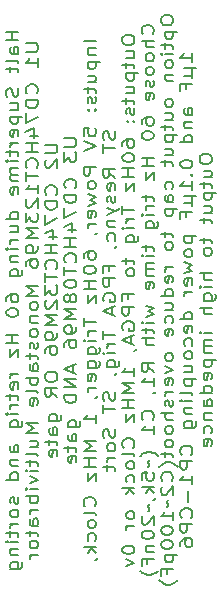
<source format=gbr>
%TF.GenerationSoftware,KiCad,Pcbnew,(6.0.1-0)*%
%TF.CreationDate,2024-04-12T07:51:11-04:00*%
%TF.ProjectId,Supertime External Trigger,53757065-7274-4696-9d65-204578746572,rev?*%
%TF.SameCoordinates,Original*%
%TF.FileFunction,Legend,Bot*%
%TF.FilePolarity,Positive*%
%FSLAX46Y46*%
G04 Gerber Fmt 4.6, Leading zero omitted, Abs format (unit mm)*
G04 Created by KiCad (PCBNEW (6.0.1-0)) date 2024-04-12 07:51:11*
%MOMM*%
%LPD*%
G01*
G04 APERTURE LIST*
%ADD10C,0.203200*%
G04 APERTURE END LIST*
D10*
X141505819Y-59810952D02*
X140489819Y-59810952D01*
X140973628Y-59810952D02*
X140973628Y-60536666D01*
X141505819Y-60536666D02*
X140489819Y-60536666D01*
X141505819Y-61685714D02*
X140973628Y-61685714D01*
X140876866Y-61625238D01*
X140828485Y-61504285D01*
X140828485Y-61262380D01*
X140876866Y-61141428D01*
X141457438Y-61685714D02*
X141505819Y-61564761D01*
X141505819Y-61262380D01*
X141457438Y-61141428D01*
X141360676Y-61080952D01*
X141263914Y-61080952D01*
X141167152Y-61141428D01*
X141118771Y-61262380D01*
X141118771Y-61564761D01*
X141070390Y-61685714D01*
X141505819Y-62471904D02*
X141457438Y-62350952D01*
X141360676Y-62290476D01*
X140489819Y-62290476D01*
X140828485Y-62774285D02*
X140828485Y-63258095D01*
X140489819Y-62955714D02*
X141360676Y-62955714D01*
X141457438Y-63016190D01*
X141505819Y-63137142D01*
X141505819Y-63258095D01*
X141457438Y-64588571D02*
X141505819Y-64770000D01*
X141505819Y-65072380D01*
X141457438Y-65193333D01*
X141409057Y-65253809D01*
X141312295Y-65314285D01*
X141215533Y-65314285D01*
X141118771Y-65253809D01*
X141070390Y-65193333D01*
X141022009Y-65072380D01*
X140973628Y-64830476D01*
X140925247Y-64709523D01*
X140876866Y-64649047D01*
X140780104Y-64588571D01*
X140683342Y-64588571D01*
X140586580Y-64649047D01*
X140538200Y-64709523D01*
X140489819Y-64830476D01*
X140489819Y-65132857D01*
X140538200Y-65314285D01*
X140828485Y-66402857D02*
X141505819Y-66402857D01*
X140828485Y-65858571D02*
X141360676Y-65858571D01*
X141457438Y-65919047D01*
X141505819Y-66040000D01*
X141505819Y-66221428D01*
X141457438Y-66342380D01*
X141409057Y-66402857D01*
X140828485Y-67007619D02*
X141844485Y-67007619D01*
X140876866Y-67007619D02*
X140828485Y-67128571D01*
X140828485Y-67370476D01*
X140876866Y-67491428D01*
X140925247Y-67551904D01*
X141022009Y-67612380D01*
X141312295Y-67612380D01*
X141409057Y-67551904D01*
X141457438Y-67491428D01*
X141505819Y-67370476D01*
X141505819Y-67128571D01*
X141457438Y-67007619D01*
X141457438Y-68640476D02*
X141505819Y-68519523D01*
X141505819Y-68277619D01*
X141457438Y-68156666D01*
X141360676Y-68096190D01*
X140973628Y-68096190D01*
X140876866Y-68156666D01*
X140828485Y-68277619D01*
X140828485Y-68519523D01*
X140876866Y-68640476D01*
X140973628Y-68700952D01*
X141070390Y-68700952D01*
X141167152Y-68096190D01*
X141505819Y-69245238D02*
X140828485Y-69245238D01*
X141022009Y-69245238D02*
X140925247Y-69305714D01*
X140876866Y-69366190D01*
X140828485Y-69487142D01*
X140828485Y-69608095D01*
X140828485Y-69850000D02*
X140828485Y-70333809D01*
X140489819Y-70031428D02*
X141360676Y-70031428D01*
X141457438Y-70091904D01*
X141505819Y-70212857D01*
X141505819Y-70333809D01*
X141505819Y-70757142D02*
X140828485Y-70757142D01*
X140489819Y-70757142D02*
X140538200Y-70696666D01*
X140586580Y-70757142D01*
X140538200Y-70817619D01*
X140489819Y-70757142D01*
X140586580Y-70757142D01*
X141505819Y-71361904D02*
X140828485Y-71361904D01*
X140925247Y-71361904D02*
X140876866Y-71422380D01*
X140828485Y-71543333D01*
X140828485Y-71724761D01*
X140876866Y-71845714D01*
X140973628Y-71906190D01*
X141505819Y-71906190D01*
X140973628Y-71906190D02*
X140876866Y-71966666D01*
X140828485Y-72087619D01*
X140828485Y-72269047D01*
X140876866Y-72389999D01*
X140973628Y-72450476D01*
X141505819Y-72450476D01*
X141457438Y-73539047D02*
X141505819Y-73418095D01*
X141505819Y-73176190D01*
X141457438Y-73055238D01*
X141360676Y-72994761D01*
X140973628Y-72994761D01*
X140876866Y-73055238D01*
X140828485Y-73176190D01*
X140828485Y-73418095D01*
X140876866Y-73539047D01*
X140973628Y-73599523D01*
X141070390Y-73599523D01*
X141167152Y-72994761D01*
X141505819Y-75655714D02*
X140489819Y-75655714D01*
X141457438Y-75655714D02*
X141505819Y-75534761D01*
X141505819Y-75292857D01*
X141457438Y-75171904D01*
X141409057Y-75111428D01*
X141312295Y-75050952D01*
X141022009Y-75050952D01*
X140925247Y-75111428D01*
X140876866Y-75171904D01*
X140828485Y-75292857D01*
X140828485Y-75534761D01*
X140876866Y-75655714D01*
X140828485Y-76804761D02*
X141505819Y-76804761D01*
X140828485Y-76260476D02*
X141360676Y-76260476D01*
X141457438Y-76320952D01*
X141505819Y-76441904D01*
X141505819Y-76623333D01*
X141457438Y-76744285D01*
X141409057Y-76804761D01*
X141505819Y-77409523D02*
X140828485Y-77409523D01*
X141022009Y-77409523D02*
X140925247Y-77469999D01*
X140876866Y-77530476D01*
X140828485Y-77651428D01*
X140828485Y-77772380D01*
X141505819Y-78195714D02*
X140828485Y-78195714D01*
X140489819Y-78195714D02*
X140538200Y-78135238D01*
X140586580Y-78195714D01*
X140538200Y-78256190D01*
X140489819Y-78195714D01*
X140586580Y-78195714D01*
X140828485Y-78800476D02*
X141505819Y-78800476D01*
X140925247Y-78800476D02*
X140876866Y-78860952D01*
X140828485Y-78981904D01*
X140828485Y-79163333D01*
X140876866Y-79284285D01*
X140973628Y-79344761D01*
X141505819Y-79344761D01*
X140828485Y-80493809D02*
X141650961Y-80493809D01*
X141747723Y-80433333D01*
X141796104Y-80372857D01*
X141844485Y-80251904D01*
X141844485Y-80070476D01*
X141796104Y-79949523D01*
X141457438Y-80493809D02*
X141505819Y-80372857D01*
X141505819Y-80130952D01*
X141457438Y-80009999D01*
X141409057Y-79949523D01*
X141312295Y-79889047D01*
X141022009Y-79889047D01*
X140925247Y-79949523D01*
X140876866Y-80009999D01*
X140828485Y-80130952D01*
X140828485Y-80372857D01*
X140876866Y-80493809D01*
X140489819Y-82610476D02*
X140489819Y-82368571D01*
X140538200Y-82247619D01*
X140586580Y-82187142D01*
X140731723Y-82066190D01*
X140925247Y-82005714D01*
X141312295Y-82005714D01*
X141409057Y-82066190D01*
X141457438Y-82126666D01*
X141505819Y-82247619D01*
X141505819Y-82489523D01*
X141457438Y-82610476D01*
X141409057Y-82670952D01*
X141312295Y-82731428D01*
X141070390Y-82731428D01*
X140973628Y-82670952D01*
X140925247Y-82610476D01*
X140876866Y-82489523D01*
X140876866Y-82247619D01*
X140925247Y-82126666D01*
X140973628Y-82066190D01*
X141070390Y-82005714D01*
X140489819Y-83517619D02*
X140489819Y-83638571D01*
X140538200Y-83759523D01*
X140586580Y-83820000D01*
X140683342Y-83880476D01*
X140876866Y-83940952D01*
X141118771Y-83940952D01*
X141312295Y-83880476D01*
X141409057Y-83820000D01*
X141457438Y-83759523D01*
X141505819Y-83638571D01*
X141505819Y-83517619D01*
X141457438Y-83396666D01*
X141409057Y-83336190D01*
X141312295Y-83275714D01*
X141118771Y-83215238D01*
X140876866Y-83215238D01*
X140683342Y-83275714D01*
X140586580Y-83336190D01*
X140538200Y-83396666D01*
X140489819Y-83517619D01*
X141505819Y-85452857D02*
X140489819Y-85452857D01*
X140973628Y-85452857D02*
X140973628Y-86178571D01*
X141505819Y-86178571D02*
X140489819Y-86178571D01*
X140828485Y-86662380D02*
X140828485Y-87327619D01*
X141505819Y-86662380D01*
X141505819Y-87327619D01*
X141505819Y-88779047D02*
X140828485Y-88779047D01*
X141022009Y-88779047D02*
X140925247Y-88839523D01*
X140876866Y-88900000D01*
X140828485Y-89020952D01*
X140828485Y-89141904D01*
X141457438Y-90049047D02*
X141505819Y-89928095D01*
X141505819Y-89686190D01*
X141457438Y-89565238D01*
X141360676Y-89504761D01*
X140973628Y-89504761D01*
X140876866Y-89565238D01*
X140828485Y-89686190D01*
X140828485Y-89928095D01*
X140876866Y-90049047D01*
X140973628Y-90109523D01*
X141070390Y-90109523D01*
X141167152Y-89504761D01*
X140828485Y-90472380D02*
X140828485Y-90956190D01*
X140489819Y-90653809D02*
X141360676Y-90653809D01*
X141457438Y-90714285D01*
X141505819Y-90835238D01*
X141505819Y-90956190D01*
X141505819Y-91379523D02*
X140828485Y-91379523D01*
X141022009Y-91379523D02*
X140925247Y-91439999D01*
X140876866Y-91500476D01*
X140828485Y-91621428D01*
X140828485Y-91742380D01*
X141505819Y-92165714D02*
X140828485Y-92165714D01*
X140489819Y-92165714D02*
X140538200Y-92105238D01*
X140586580Y-92165714D01*
X140538200Y-92226190D01*
X140489819Y-92165714D01*
X140586580Y-92165714D01*
X140828485Y-93314761D02*
X141650961Y-93314761D01*
X141747723Y-93254285D01*
X141796104Y-93193809D01*
X141844485Y-93072857D01*
X141844485Y-92891428D01*
X141796104Y-92770476D01*
X141457438Y-93314761D02*
X141505819Y-93193809D01*
X141505819Y-92951904D01*
X141457438Y-92830952D01*
X141409057Y-92770476D01*
X141312295Y-92709999D01*
X141022009Y-92709999D01*
X140925247Y-92770476D01*
X140876866Y-92830952D01*
X140828485Y-92951904D01*
X140828485Y-93193809D01*
X140876866Y-93314761D01*
X141505819Y-95431428D02*
X140973628Y-95431428D01*
X140876866Y-95370952D01*
X140828485Y-95249999D01*
X140828485Y-95008095D01*
X140876866Y-94887142D01*
X141457438Y-95431428D02*
X141505819Y-95310476D01*
X141505819Y-95008095D01*
X141457438Y-94887142D01*
X141360676Y-94826666D01*
X141263914Y-94826666D01*
X141167152Y-94887142D01*
X141118771Y-95008095D01*
X141118771Y-95310476D01*
X141070390Y-95431428D01*
X140828485Y-96036190D02*
X141505819Y-96036190D01*
X140925247Y-96036190D02*
X140876866Y-96096666D01*
X140828485Y-96217619D01*
X140828485Y-96399047D01*
X140876866Y-96519999D01*
X140973628Y-96580476D01*
X141505819Y-96580476D01*
X141505819Y-97729523D02*
X140489819Y-97729523D01*
X141457438Y-97729523D02*
X141505819Y-97608571D01*
X141505819Y-97366666D01*
X141457438Y-97245714D01*
X141409057Y-97185238D01*
X141312295Y-97124761D01*
X141022009Y-97124761D01*
X140925247Y-97185238D01*
X140876866Y-97245714D01*
X140828485Y-97366666D01*
X140828485Y-97608571D01*
X140876866Y-97729523D01*
X141457438Y-99241428D02*
X141505819Y-99362380D01*
X141505819Y-99604285D01*
X141457438Y-99725238D01*
X141360676Y-99785714D01*
X141312295Y-99785714D01*
X141215533Y-99725238D01*
X141167152Y-99604285D01*
X141167152Y-99422857D01*
X141118771Y-99301904D01*
X141022009Y-99241428D01*
X140973628Y-99241428D01*
X140876866Y-99301904D01*
X140828485Y-99422857D01*
X140828485Y-99604285D01*
X140876866Y-99725238D01*
X141505819Y-100511428D02*
X141457438Y-100390476D01*
X141409057Y-100329999D01*
X141312295Y-100269523D01*
X141022009Y-100269523D01*
X140925247Y-100329999D01*
X140876866Y-100390476D01*
X140828485Y-100511428D01*
X140828485Y-100692857D01*
X140876866Y-100813809D01*
X140925247Y-100874285D01*
X141022009Y-100934761D01*
X141312295Y-100934761D01*
X141409057Y-100874285D01*
X141457438Y-100813809D01*
X141505819Y-100692857D01*
X141505819Y-100511428D01*
X141505819Y-101479047D02*
X140828485Y-101479047D01*
X141022009Y-101479047D02*
X140925247Y-101539523D01*
X140876866Y-101599999D01*
X140828485Y-101720952D01*
X140828485Y-101841904D01*
X140828485Y-102083809D02*
X140828485Y-102567619D01*
X140489819Y-102265238D02*
X141360676Y-102265238D01*
X141457438Y-102325714D01*
X141505819Y-102446666D01*
X141505819Y-102567619D01*
X141505819Y-102990952D02*
X140828485Y-102990952D01*
X140489819Y-102990952D02*
X140538200Y-102930476D01*
X140586580Y-102990952D01*
X140538200Y-103051428D01*
X140489819Y-102990952D01*
X140586580Y-102990952D01*
X140828485Y-103595714D02*
X141505819Y-103595714D01*
X140925247Y-103595714D02*
X140876866Y-103656190D01*
X140828485Y-103777142D01*
X140828485Y-103958571D01*
X140876866Y-104079523D01*
X140973628Y-104139999D01*
X141505819Y-104139999D01*
X140828485Y-105289047D02*
X141650961Y-105289047D01*
X141747723Y-105228571D01*
X141796104Y-105168095D01*
X141844485Y-105047142D01*
X141844485Y-104865714D01*
X141796104Y-104744761D01*
X141457438Y-105289047D02*
X141505819Y-105168095D01*
X141505819Y-104926190D01*
X141457438Y-104805238D01*
X141409057Y-104744761D01*
X141312295Y-104684285D01*
X141022009Y-104684285D01*
X140925247Y-104744761D01*
X140876866Y-104805238D01*
X140828485Y-104926190D01*
X140828485Y-105168095D01*
X140876866Y-105289047D01*
X142125579Y-60808809D02*
X142948055Y-60808809D01*
X143044817Y-60869285D01*
X143093198Y-60929761D01*
X143141579Y-61050714D01*
X143141579Y-61292619D01*
X143093198Y-61413571D01*
X143044817Y-61474047D01*
X142948055Y-61534523D01*
X142125579Y-61534523D01*
X143141579Y-62804523D02*
X143141579Y-62078809D01*
X143141579Y-62441666D02*
X142125579Y-62441666D01*
X142270721Y-62320714D01*
X142367483Y-62199761D01*
X142415864Y-62078809D01*
X143044817Y-65042142D02*
X143093198Y-64981666D01*
X143141579Y-64800238D01*
X143141579Y-64679285D01*
X143093198Y-64497857D01*
X142996436Y-64376904D01*
X142899674Y-64316428D01*
X142706150Y-64255952D01*
X142561007Y-64255952D01*
X142367483Y-64316428D01*
X142270721Y-64376904D01*
X142173960Y-64497857D01*
X142125579Y-64679285D01*
X142125579Y-64800238D01*
X142173960Y-64981666D01*
X142222340Y-65042142D01*
X143141579Y-65586428D02*
X142125579Y-65586428D01*
X142125579Y-65888809D01*
X142173960Y-66070238D01*
X142270721Y-66191190D01*
X142367483Y-66251666D01*
X142561007Y-66312142D01*
X142706150Y-66312142D01*
X142899674Y-66251666D01*
X142996436Y-66191190D01*
X143093198Y-66070238D01*
X143141579Y-65888809D01*
X143141579Y-65586428D01*
X142125579Y-66735476D02*
X142125579Y-67582142D01*
X143141579Y-67037857D01*
X142464245Y-68610238D02*
X143141579Y-68610238D01*
X142077198Y-68307857D02*
X142802912Y-68005476D01*
X142802912Y-68791666D01*
X143141579Y-69275476D02*
X142125579Y-69275476D01*
X142609388Y-69275476D02*
X142609388Y-70001190D01*
X143141579Y-70001190D02*
X142125579Y-70001190D01*
X143044817Y-71331666D02*
X143093198Y-71271190D01*
X143141579Y-71089761D01*
X143141579Y-70968809D01*
X143093198Y-70787380D01*
X142996436Y-70666428D01*
X142899674Y-70605952D01*
X142706150Y-70545476D01*
X142561007Y-70545476D01*
X142367483Y-70605952D01*
X142270721Y-70666428D01*
X142173960Y-70787380D01*
X142125579Y-70968809D01*
X142125579Y-71089761D01*
X142173960Y-71271190D01*
X142222340Y-71331666D01*
X142125579Y-71694523D02*
X142125579Y-72420238D01*
X143141579Y-72057380D02*
X142125579Y-72057380D01*
X143141579Y-73508809D02*
X143141579Y-72783095D01*
X143141579Y-73145952D02*
X142125579Y-73145952D01*
X142270721Y-73025000D01*
X142367483Y-72904047D01*
X142415864Y-72783095D01*
X142222340Y-73992619D02*
X142173960Y-74053095D01*
X142125579Y-74174047D01*
X142125579Y-74476428D01*
X142173960Y-74597380D01*
X142222340Y-74657857D01*
X142319102Y-74718333D01*
X142415864Y-74718333D01*
X142561007Y-74657857D01*
X143141579Y-73932142D01*
X143141579Y-74718333D01*
X142125579Y-75141666D02*
X142125579Y-75927857D01*
X142512626Y-75504523D01*
X142512626Y-75685952D01*
X142561007Y-75806904D01*
X142609388Y-75867380D01*
X142706150Y-75927857D01*
X142948055Y-75927857D01*
X143044817Y-75867380D01*
X143093198Y-75806904D01*
X143141579Y-75685952D01*
X143141579Y-75323095D01*
X143093198Y-75202142D01*
X143044817Y-75141666D01*
X143141579Y-76472142D02*
X142125579Y-76472142D01*
X142851293Y-76895476D01*
X142125579Y-77318809D01*
X143141579Y-77318809D01*
X143141579Y-77984047D02*
X143141579Y-78225952D01*
X143093198Y-78346904D01*
X143044817Y-78407380D01*
X142899674Y-78528333D01*
X142706150Y-78588809D01*
X142319102Y-78588809D01*
X142222340Y-78528333D01*
X142173960Y-78467857D01*
X142125579Y-78346904D01*
X142125579Y-78105000D01*
X142173960Y-77984047D01*
X142222340Y-77923571D01*
X142319102Y-77863095D01*
X142561007Y-77863095D01*
X142657769Y-77923571D01*
X142706150Y-77984047D01*
X142754531Y-78105000D01*
X142754531Y-78346904D01*
X142706150Y-78467857D01*
X142657769Y-78528333D01*
X142561007Y-78588809D01*
X142125579Y-79677380D02*
X142125579Y-79435476D01*
X142173960Y-79314523D01*
X142222340Y-79254047D01*
X142367483Y-79133095D01*
X142561007Y-79072619D01*
X142948055Y-79072619D01*
X143044817Y-79133095D01*
X143093198Y-79193571D01*
X143141579Y-79314523D01*
X143141579Y-79556428D01*
X143093198Y-79677380D01*
X143044817Y-79737857D01*
X142948055Y-79798333D01*
X142706150Y-79798333D01*
X142609388Y-79737857D01*
X142561007Y-79677380D01*
X142512626Y-79556428D01*
X142512626Y-79314523D01*
X142561007Y-79193571D01*
X142609388Y-79133095D01*
X142706150Y-79072619D01*
X143141579Y-81310238D02*
X142125579Y-81310238D01*
X142851293Y-81733571D01*
X142125579Y-82156904D01*
X143141579Y-82156904D01*
X143141579Y-82943095D02*
X143093198Y-82822142D01*
X143044817Y-82761666D01*
X142948055Y-82701190D01*
X142657769Y-82701190D01*
X142561007Y-82761666D01*
X142512626Y-82822142D01*
X142464245Y-82943095D01*
X142464245Y-83124523D01*
X142512626Y-83245476D01*
X142561007Y-83305952D01*
X142657769Y-83366428D01*
X142948055Y-83366428D01*
X143044817Y-83305952D01*
X143093198Y-83245476D01*
X143141579Y-83124523D01*
X143141579Y-82943095D01*
X142464245Y-83910714D02*
X143141579Y-83910714D01*
X142561007Y-83910714D02*
X142512626Y-83971190D01*
X142464245Y-84092142D01*
X142464245Y-84273571D01*
X142512626Y-84394523D01*
X142609388Y-84455000D01*
X143141579Y-84455000D01*
X143141579Y-85241190D02*
X143093198Y-85120238D01*
X143044817Y-85059761D01*
X142948055Y-84999285D01*
X142657769Y-84999285D01*
X142561007Y-85059761D01*
X142512626Y-85120238D01*
X142464245Y-85241190D01*
X142464245Y-85422619D01*
X142512626Y-85543571D01*
X142561007Y-85604047D01*
X142657769Y-85664523D01*
X142948055Y-85664523D01*
X143044817Y-85604047D01*
X143093198Y-85543571D01*
X143141579Y-85422619D01*
X143141579Y-85241190D01*
X143093198Y-86148333D02*
X143141579Y-86269285D01*
X143141579Y-86511190D01*
X143093198Y-86632142D01*
X142996436Y-86692619D01*
X142948055Y-86692619D01*
X142851293Y-86632142D01*
X142802912Y-86511190D01*
X142802912Y-86329761D01*
X142754531Y-86208809D01*
X142657769Y-86148333D01*
X142609388Y-86148333D01*
X142512626Y-86208809D01*
X142464245Y-86329761D01*
X142464245Y-86511190D01*
X142512626Y-86632142D01*
X142464245Y-87055476D02*
X142464245Y-87539285D01*
X142125579Y-87236904D02*
X142996436Y-87236904D01*
X143093198Y-87297380D01*
X143141579Y-87418333D01*
X143141579Y-87539285D01*
X143141579Y-88506904D02*
X142609388Y-88506904D01*
X142512626Y-88446428D01*
X142464245Y-88325476D01*
X142464245Y-88083571D01*
X142512626Y-87962619D01*
X143093198Y-88506904D02*
X143141579Y-88385952D01*
X143141579Y-88083571D01*
X143093198Y-87962619D01*
X142996436Y-87902142D01*
X142899674Y-87902142D01*
X142802912Y-87962619D01*
X142754531Y-88083571D01*
X142754531Y-88385952D01*
X142706150Y-88506904D01*
X143141579Y-89111666D02*
X142125579Y-89111666D01*
X142512626Y-89111666D02*
X142464245Y-89232619D01*
X142464245Y-89474523D01*
X142512626Y-89595476D01*
X142561007Y-89655952D01*
X142657769Y-89716428D01*
X142948055Y-89716428D01*
X143044817Y-89655952D01*
X143093198Y-89595476D01*
X143141579Y-89474523D01*
X143141579Y-89232619D01*
X143093198Y-89111666D01*
X143141579Y-90442142D02*
X143093198Y-90321190D01*
X142996436Y-90260714D01*
X142125579Y-90260714D01*
X143093198Y-91409761D02*
X143141579Y-91288809D01*
X143141579Y-91046904D01*
X143093198Y-90925952D01*
X142996436Y-90865476D01*
X142609388Y-90865476D01*
X142512626Y-90925952D01*
X142464245Y-91046904D01*
X142464245Y-91288809D01*
X142512626Y-91409761D01*
X142609388Y-91470238D01*
X142706150Y-91470238D01*
X142802912Y-90865476D01*
X143141579Y-92982142D02*
X142125579Y-92982142D01*
X142851293Y-93405476D01*
X142125579Y-93828809D01*
X143141579Y-93828809D01*
X142464245Y-94977857D02*
X143141579Y-94977857D01*
X142464245Y-94433571D02*
X142996436Y-94433571D01*
X143093198Y-94494047D01*
X143141579Y-94615000D01*
X143141579Y-94796428D01*
X143093198Y-94917380D01*
X143044817Y-94977857D01*
X143141579Y-95764047D02*
X143093198Y-95643095D01*
X142996436Y-95582619D01*
X142125579Y-95582619D01*
X142464245Y-96066428D02*
X142464245Y-96550238D01*
X142125579Y-96247857D02*
X142996436Y-96247857D01*
X143093198Y-96308333D01*
X143141579Y-96429285D01*
X143141579Y-96550238D01*
X143141579Y-96973571D02*
X142464245Y-96973571D01*
X142125579Y-96973571D02*
X142173960Y-96913095D01*
X142222340Y-96973571D01*
X142173960Y-97034047D01*
X142125579Y-96973571D01*
X142222340Y-96973571D01*
X142464245Y-97457380D02*
X143141579Y-97759761D01*
X142464245Y-98062142D01*
X143141579Y-98545952D02*
X142464245Y-98545952D01*
X142125579Y-98545952D02*
X142173960Y-98485476D01*
X142222340Y-98545952D01*
X142173960Y-98606428D01*
X142125579Y-98545952D01*
X142222340Y-98545952D01*
X143141579Y-99150714D02*
X142125579Y-99150714D01*
X142512626Y-99150714D02*
X142464245Y-99271666D01*
X142464245Y-99513571D01*
X142512626Y-99634523D01*
X142561007Y-99695000D01*
X142657769Y-99755476D01*
X142948055Y-99755476D01*
X143044817Y-99695000D01*
X143093198Y-99634523D01*
X143141579Y-99513571D01*
X143141579Y-99271666D01*
X143093198Y-99150714D01*
X143141579Y-100299761D02*
X142464245Y-100299761D01*
X142657769Y-100299761D02*
X142561007Y-100360238D01*
X142512626Y-100420714D01*
X142464245Y-100541666D01*
X142464245Y-100662619D01*
X143141579Y-101630238D02*
X142609388Y-101630238D01*
X142512626Y-101569761D01*
X142464245Y-101448809D01*
X142464245Y-101206904D01*
X142512626Y-101085952D01*
X143093198Y-101630238D02*
X143141579Y-101509285D01*
X143141579Y-101206904D01*
X143093198Y-101085952D01*
X142996436Y-101025476D01*
X142899674Y-101025476D01*
X142802912Y-101085952D01*
X142754531Y-101206904D01*
X142754531Y-101509285D01*
X142706150Y-101630238D01*
X142464245Y-102053571D02*
X142464245Y-102537380D01*
X142125579Y-102235000D02*
X142996436Y-102235000D01*
X143093198Y-102295476D01*
X143141579Y-102416428D01*
X143141579Y-102537380D01*
X143141579Y-103142142D02*
X143093198Y-103021190D01*
X143044817Y-102960714D01*
X142948055Y-102900238D01*
X142657769Y-102900238D01*
X142561007Y-102960714D01*
X142512626Y-103021190D01*
X142464245Y-103142142D01*
X142464245Y-103323571D01*
X142512626Y-103444523D01*
X142561007Y-103505000D01*
X142657769Y-103565476D01*
X142948055Y-103565476D01*
X143044817Y-103505000D01*
X143093198Y-103444523D01*
X143141579Y-103323571D01*
X143141579Y-103142142D01*
X143141579Y-104109761D02*
X142464245Y-104109761D01*
X142657769Y-104109761D02*
X142561007Y-104170238D01*
X142512626Y-104230714D01*
X142464245Y-104351666D01*
X142464245Y-104472619D01*
X143761339Y-69366190D02*
X144583815Y-69366190D01*
X144680577Y-69426666D01*
X144728958Y-69487142D01*
X144777339Y-69608095D01*
X144777339Y-69850000D01*
X144728958Y-69970952D01*
X144680577Y-70031428D01*
X144583815Y-70091904D01*
X143761339Y-70091904D01*
X143858100Y-70636190D02*
X143809720Y-70696666D01*
X143761339Y-70817619D01*
X143761339Y-71120000D01*
X143809720Y-71240952D01*
X143858100Y-71301428D01*
X143954862Y-71361904D01*
X144051624Y-71361904D01*
X144196767Y-71301428D01*
X144777339Y-70575714D01*
X144777339Y-71361904D01*
X144680577Y-73599523D02*
X144728958Y-73539047D01*
X144777339Y-73357619D01*
X144777339Y-73236666D01*
X144728958Y-73055238D01*
X144632196Y-72934285D01*
X144535434Y-72873809D01*
X144341910Y-72813333D01*
X144196767Y-72813333D01*
X144003243Y-72873809D01*
X143906481Y-72934285D01*
X143809720Y-73055238D01*
X143761339Y-73236666D01*
X143761339Y-73357619D01*
X143809720Y-73539047D01*
X143858100Y-73599523D01*
X144777339Y-74143809D02*
X143761339Y-74143809D01*
X143761339Y-74446190D01*
X143809720Y-74627619D01*
X143906481Y-74748571D01*
X144003243Y-74809047D01*
X144196767Y-74869523D01*
X144341910Y-74869523D01*
X144535434Y-74809047D01*
X144632196Y-74748571D01*
X144728958Y-74627619D01*
X144777339Y-74446190D01*
X144777339Y-74143809D01*
X143761339Y-75292857D02*
X143761339Y-76139523D01*
X144777339Y-75595238D01*
X144100005Y-77167619D02*
X144777339Y-77167619D01*
X143712958Y-76865238D02*
X144438672Y-76562857D01*
X144438672Y-77349047D01*
X144777339Y-77832857D02*
X143761339Y-77832857D01*
X144245148Y-77832857D02*
X144245148Y-78558571D01*
X144777339Y-78558571D02*
X143761339Y-78558571D01*
X144680577Y-79889047D02*
X144728958Y-79828571D01*
X144777339Y-79647142D01*
X144777339Y-79526190D01*
X144728958Y-79344761D01*
X144632196Y-79223809D01*
X144535434Y-79163333D01*
X144341910Y-79102857D01*
X144196767Y-79102857D01*
X144003243Y-79163333D01*
X143906481Y-79223809D01*
X143809720Y-79344761D01*
X143761339Y-79526190D01*
X143761339Y-79647142D01*
X143809720Y-79828571D01*
X143858100Y-79889047D01*
X143761339Y-80251904D02*
X143761339Y-80977619D01*
X144777339Y-80614761D02*
X143761339Y-80614761D01*
X143761339Y-81280000D02*
X143761339Y-82066190D01*
X144148386Y-81642857D01*
X144148386Y-81824285D01*
X144196767Y-81945238D01*
X144245148Y-82005714D01*
X144341910Y-82066190D01*
X144583815Y-82066190D01*
X144680577Y-82005714D01*
X144728958Y-81945238D01*
X144777339Y-81824285D01*
X144777339Y-81461428D01*
X144728958Y-81340476D01*
X144680577Y-81280000D01*
X143858100Y-82550000D02*
X143809720Y-82610476D01*
X143761339Y-82731428D01*
X143761339Y-83033809D01*
X143809720Y-83154761D01*
X143858100Y-83215238D01*
X143954862Y-83275714D01*
X144051624Y-83275714D01*
X144196767Y-83215238D01*
X144777339Y-82489523D01*
X144777339Y-83275714D01*
X144777339Y-83820000D02*
X143761339Y-83820000D01*
X144487053Y-84243333D01*
X143761339Y-84666666D01*
X144777339Y-84666666D01*
X144777339Y-85331904D02*
X144777339Y-85573809D01*
X144728958Y-85694761D01*
X144680577Y-85755238D01*
X144535434Y-85876190D01*
X144341910Y-85936666D01*
X143954862Y-85936666D01*
X143858100Y-85876190D01*
X143809720Y-85815714D01*
X143761339Y-85694761D01*
X143761339Y-85452857D01*
X143809720Y-85331904D01*
X143858100Y-85271428D01*
X143954862Y-85210952D01*
X144196767Y-85210952D01*
X144293529Y-85271428D01*
X144341910Y-85331904D01*
X144390291Y-85452857D01*
X144390291Y-85694761D01*
X144341910Y-85815714D01*
X144293529Y-85876190D01*
X144196767Y-85936666D01*
X143761339Y-87025238D02*
X143761339Y-86783333D01*
X143809720Y-86662380D01*
X143858100Y-86601904D01*
X144003243Y-86480952D01*
X144196767Y-86420476D01*
X144583815Y-86420476D01*
X144680577Y-86480952D01*
X144728958Y-86541428D01*
X144777339Y-86662380D01*
X144777339Y-86904285D01*
X144728958Y-87025238D01*
X144680577Y-87085714D01*
X144583815Y-87146190D01*
X144341910Y-87146190D01*
X144245148Y-87085714D01*
X144196767Y-87025238D01*
X144148386Y-86904285D01*
X144148386Y-86662380D01*
X144196767Y-86541428D01*
X144245148Y-86480952D01*
X144341910Y-86420476D01*
X143761339Y-88900000D02*
X143761339Y-89141904D01*
X143809720Y-89262857D01*
X143906481Y-89383809D01*
X144100005Y-89444285D01*
X144438672Y-89444285D01*
X144632196Y-89383809D01*
X144728958Y-89262857D01*
X144777339Y-89141904D01*
X144777339Y-88900000D01*
X144728958Y-88779047D01*
X144632196Y-88658095D01*
X144438672Y-88597619D01*
X144100005Y-88597619D01*
X143906481Y-88658095D01*
X143809720Y-88779047D01*
X143761339Y-88900000D01*
X144777339Y-90714285D02*
X144293529Y-90290952D01*
X144777339Y-89988571D02*
X143761339Y-89988571D01*
X143761339Y-90472380D01*
X143809720Y-90593333D01*
X143858100Y-90653809D01*
X143954862Y-90714285D01*
X144100005Y-90714285D01*
X144196767Y-90653809D01*
X144245148Y-90593333D01*
X144293529Y-90472380D01*
X144293529Y-89988571D01*
X144100005Y-92770476D02*
X144922481Y-92770476D01*
X145019243Y-92710000D01*
X145067624Y-92649523D01*
X145116005Y-92528571D01*
X145116005Y-92347142D01*
X145067624Y-92226190D01*
X144728958Y-92770476D02*
X144777339Y-92649523D01*
X144777339Y-92407619D01*
X144728958Y-92286666D01*
X144680577Y-92226190D01*
X144583815Y-92165714D01*
X144293529Y-92165714D01*
X144196767Y-92226190D01*
X144148386Y-92286666D01*
X144100005Y-92407619D01*
X144100005Y-92649523D01*
X144148386Y-92770476D01*
X144777339Y-93919523D02*
X144245148Y-93919523D01*
X144148386Y-93859047D01*
X144100005Y-93738095D01*
X144100005Y-93496190D01*
X144148386Y-93375238D01*
X144728958Y-93919523D02*
X144777339Y-93798571D01*
X144777339Y-93496190D01*
X144728958Y-93375238D01*
X144632196Y-93314761D01*
X144535434Y-93314761D01*
X144438672Y-93375238D01*
X144390291Y-93496190D01*
X144390291Y-93798571D01*
X144341910Y-93919523D01*
X144100005Y-94342857D02*
X144100005Y-94826666D01*
X143761339Y-94524285D02*
X144632196Y-94524285D01*
X144728958Y-94584761D01*
X144777339Y-94705714D01*
X144777339Y-94826666D01*
X144728958Y-95733809D02*
X144777339Y-95612857D01*
X144777339Y-95370952D01*
X144728958Y-95250000D01*
X144632196Y-95189523D01*
X144245148Y-95189523D01*
X144148386Y-95250000D01*
X144100005Y-95370952D01*
X144100005Y-95612857D01*
X144148386Y-95733809D01*
X144245148Y-95794285D01*
X144341910Y-95794285D01*
X144438672Y-95189523D01*
X145397099Y-68821904D02*
X146219575Y-68821904D01*
X146316337Y-68882380D01*
X146364718Y-68942857D01*
X146413099Y-69063809D01*
X146413099Y-69305714D01*
X146364718Y-69426666D01*
X146316337Y-69487142D01*
X146219575Y-69547619D01*
X145397099Y-69547619D01*
X145397099Y-70031428D02*
X145397099Y-70817619D01*
X145784146Y-70394285D01*
X145784146Y-70575714D01*
X145832527Y-70696666D01*
X145880908Y-70757142D01*
X145977670Y-70817619D01*
X146219575Y-70817619D01*
X146316337Y-70757142D01*
X146364718Y-70696666D01*
X146413099Y-70575714D01*
X146413099Y-70212857D01*
X146364718Y-70091904D01*
X146316337Y-70031428D01*
X146316337Y-73055238D02*
X146364718Y-72994761D01*
X146413099Y-72813333D01*
X146413099Y-72692380D01*
X146364718Y-72510952D01*
X146267956Y-72390000D01*
X146171194Y-72329523D01*
X145977670Y-72269047D01*
X145832527Y-72269047D01*
X145639003Y-72329523D01*
X145542241Y-72390000D01*
X145445480Y-72510952D01*
X145397099Y-72692380D01*
X145397099Y-72813333D01*
X145445480Y-72994761D01*
X145493860Y-73055238D01*
X146413099Y-73599523D02*
X145397099Y-73599523D01*
X145397099Y-73901904D01*
X145445480Y-74083333D01*
X145542241Y-74204285D01*
X145639003Y-74264761D01*
X145832527Y-74325238D01*
X145977670Y-74325238D01*
X146171194Y-74264761D01*
X146267956Y-74204285D01*
X146364718Y-74083333D01*
X146413099Y-73901904D01*
X146413099Y-73599523D01*
X145397099Y-74748571D02*
X145397099Y-75595238D01*
X146413099Y-75050952D01*
X145735765Y-76623333D02*
X146413099Y-76623333D01*
X145348718Y-76320952D02*
X146074432Y-76018571D01*
X146074432Y-76804761D01*
X146413099Y-77288571D02*
X145397099Y-77288571D01*
X145880908Y-77288571D02*
X145880908Y-78014285D01*
X146413099Y-78014285D02*
X145397099Y-78014285D01*
X146316337Y-79344761D02*
X146364718Y-79284285D01*
X146413099Y-79102857D01*
X146413099Y-78981904D01*
X146364718Y-78800476D01*
X146267956Y-78679523D01*
X146171194Y-78619047D01*
X145977670Y-78558571D01*
X145832527Y-78558571D01*
X145639003Y-78619047D01*
X145542241Y-78679523D01*
X145445480Y-78800476D01*
X145397099Y-78981904D01*
X145397099Y-79102857D01*
X145445480Y-79284285D01*
X145493860Y-79344761D01*
X145397099Y-79707619D02*
X145397099Y-80433333D01*
X146413099Y-80070476D02*
X145397099Y-80070476D01*
X145397099Y-81098571D02*
X145397099Y-81219523D01*
X145445480Y-81340476D01*
X145493860Y-81400952D01*
X145590622Y-81461428D01*
X145784146Y-81521904D01*
X146026051Y-81521904D01*
X146219575Y-81461428D01*
X146316337Y-81400952D01*
X146364718Y-81340476D01*
X146413099Y-81219523D01*
X146413099Y-81098571D01*
X146364718Y-80977619D01*
X146316337Y-80917142D01*
X146219575Y-80856666D01*
X146026051Y-80796190D01*
X145784146Y-80796190D01*
X145590622Y-80856666D01*
X145493860Y-80917142D01*
X145445480Y-80977619D01*
X145397099Y-81098571D01*
X145832527Y-82247619D02*
X145784146Y-82126666D01*
X145735765Y-82066190D01*
X145639003Y-82005714D01*
X145590622Y-82005714D01*
X145493860Y-82066190D01*
X145445480Y-82126666D01*
X145397099Y-82247619D01*
X145397099Y-82489523D01*
X145445480Y-82610476D01*
X145493860Y-82670952D01*
X145590622Y-82731428D01*
X145639003Y-82731428D01*
X145735765Y-82670952D01*
X145784146Y-82610476D01*
X145832527Y-82489523D01*
X145832527Y-82247619D01*
X145880908Y-82126666D01*
X145929289Y-82066190D01*
X146026051Y-82005714D01*
X146219575Y-82005714D01*
X146316337Y-82066190D01*
X146364718Y-82126666D01*
X146413099Y-82247619D01*
X146413099Y-82489523D01*
X146364718Y-82610476D01*
X146316337Y-82670952D01*
X146219575Y-82731428D01*
X146026051Y-82731428D01*
X145929289Y-82670952D01*
X145880908Y-82610476D01*
X145832527Y-82489523D01*
X146413099Y-83275714D02*
X145397099Y-83275714D01*
X146122813Y-83699047D01*
X145397099Y-84122380D01*
X146413099Y-84122380D01*
X146413099Y-84787619D02*
X146413099Y-85029523D01*
X146364718Y-85150476D01*
X146316337Y-85210952D01*
X146171194Y-85331904D01*
X145977670Y-85392380D01*
X145590622Y-85392380D01*
X145493860Y-85331904D01*
X145445480Y-85271428D01*
X145397099Y-85150476D01*
X145397099Y-84908571D01*
X145445480Y-84787619D01*
X145493860Y-84727142D01*
X145590622Y-84666666D01*
X145832527Y-84666666D01*
X145929289Y-84727142D01*
X145977670Y-84787619D01*
X146026051Y-84908571D01*
X146026051Y-85150476D01*
X145977670Y-85271428D01*
X145929289Y-85331904D01*
X145832527Y-85392380D01*
X145397099Y-86480952D02*
X145397099Y-86239047D01*
X145445480Y-86118095D01*
X145493860Y-86057619D01*
X145639003Y-85936666D01*
X145832527Y-85876190D01*
X146219575Y-85876190D01*
X146316337Y-85936666D01*
X146364718Y-85997142D01*
X146413099Y-86118095D01*
X146413099Y-86360000D01*
X146364718Y-86480952D01*
X146316337Y-86541428D01*
X146219575Y-86601904D01*
X145977670Y-86601904D01*
X145880908Y-86541428D01*
X145832527Y-86480952D01*
X145784146Y-86360000D01*
X145784146Y-86118095D01*
X145832527Y-85997142D01*
X145880908Y-85936666D01*
X145977670Y-85876190D01*
X146122813Y-88053333D02*
X146122813Y-88658095D01*
X146413099Y-87932380D02*
X145397099Y-88355714D01*
X146413099Y-88779047D01*
X146413099Y-89202380D02*
X145397099Y-89202380D01*
X146413099Y-89928095D01*
X145397099Y-89928095D01*
X146413099Y-90532857D02*
X145397099Y-90532857D01*
X145397099Y-90835238D01*
X145445480Y-91016666D01*
X145542241Y-91137619D01*
X145639003Y-91198095D01*
X145832527Y-91258571D01*
X145977670Y-91258571D01*
X146171194Y-91198095D01*
X146267956Y-91137619D01*
X146364718Y-91016666D01*
X146413099Y-90835238D01*
X146413099Y-90532857D01*
X145735765Y-93314761D02*
X146558241Y-93314761D01*
X146655003Y-93254285D01*
X146703384Y-93193809D01*
X146751765Y-93072857D01*
X146751765Y-92891428D01*
X146703384Y-92770476D01*
X146364718Y-93314761D02*
X146413099Y-93193809D01*
X146413099Y-92951904D01*
X146364718Y-92830952D01*
X146316337Y-92770476D01*
X146219575Y-92710000D01*
X145929289Y-92710000D01*
X145832527Y-92770476D01*
X145784146Y-92830952D01*
X145735765Y-92951904D01*
X145735765Y-93193809D01*
X145784146Y-93314761D01*
X146413099Y-94463809D02*
X145880908Y-94463809D01*
X145784146Y-94403333D01*
X145735765Y-94282380D01*
X145735765Y-94040476D01*
X145784146Y-93919523D01*
X146364718Y-94463809D02*
X146413099Y-94342857D01*
X146413099Y-94040476D01*
X146364718Y-93919523D01*
X146267956Y-93859047D01*
X146171194Y-93859047D01*
X146074432Y-93919523D01*
X146026051Y-94040476D01*
X146026051Y-94342857D01*
X145977670Y-94463809D01*
X145735765Y-94887142D02*
X145735765Y-95370952D01*
X145397099Y-95068571D02*
X146267956Y-95068571D01*
X146364718Y-95129047D01*
X146413099Y-95250000D01*
X146413099Y-95370952D01*
X146364718Y-96278095D02*
X146413099Y-96157142D01*
X146413099Y-95915238D01*
X146364718Y-95794285D01*
X146267956Y-95733809D01*
X145880908Y-95733809D01*
X145784146Y-95794285D01*
X145735765Y-95915238D01*
X145735765Y-96157142D01*
X145784146Y-96278095D01*
X145880908Y-96338571D01*
X145977670Y-96338571D01*
X146074432Y-95733809D01*
X148048859Y-60627380D02*
X147032859Y-60627380D01*
X147371525Y-61232142D02*
X148048859Y-61232142D01*
X147468287Y-61232142D02*
X147419906Y-61292619D01*
X147371525Y-61413571D01*
X147371525Y-61595000D01*
X147419906Y-61715952D01*
X147516668Y-61776428D01*
X148048859Y-61776428D01*
X147371525Y-62381190D02*
X148387525Y-62381190D01*
X147419906Y-62381190D02*
X147371525Y-62502142D01*
X147371525Y-62744047D01*
X147419906Y-62865000D01*
X147468287Y-62925476D01*
X147565049Y-62985952D01*
X147855335Y-62985952D01*
X147952097Y-62925476D01*
X148000478Y-62865000D01*
X148048859Y-62744047D01*
X148048859Y-62502142D01*
X148000478Y-62381190D01*
X147371525Y-64074523D02*
X148048859Y-64074523D01*
X147371525Y-63530238D02*
X147903716Y-63530238D01*
X148000478Y-63590714D01*
X148048859Y-63711666D01*
X148048859Y-63893095D01*
X148000478Y-64014047D01*
X147952097Y-64074523D01*
X147371525Y-64497857D02*
X147371525Y-64981666D01*
X147032859Y-64679285D02*
X147903716Y-64679285D01*
X148000478Y-64739761D01*
X148048859Y-64860714D01*
X148048859Y-64981666D01*
X148000478Y-65344523D02*
X148048859Y-65465476D01*
X148048859Y-65707380D01*
X148000478Y-65828333D01*
X147903716Y-65888809D01*
X147855335Y-65888809D01*
X147758573Y-65828333D01*
X147710192Y-65707380D01*
X147710192Y-65525952D01*
X147661811Y-65405000D01*
X147565049Y-65344523D01*
X147516668Y-65344523D01*
X147419906Y-65405000D01*
X147371525Y-65525952D01*
X147371525Y-65707380D01*
X147419906Y-65828333D01*
X147952097Y-66433095D02*
X148000478Y-66493571D01*
X148048859Y-66433095D01*
X148000478Y-66372619D01*
X147952097Y-66433095D01*
X148048859Y-66433095D01*
X147419906Y-66433095D02*
X147468287Y-66493571D01*
X147516668Y-66433095D01*
X147468287Y-66372619D01*
X147419906Y-66433095D01*
X147516668Y-66433095D01*
X147032859Y-68610238D02*
X147032859Y-68005476D01*
X147516668Y-67945000D01*
X147468287Y-68005476D01*
X147419906Y-68126428D01*
X147419906Y-68428809D01*
X147468287Y-68549761D01*
X147516668Y-68610238D01*
X147613430Y-68670714D01*
X147855335Y-68670714D01*
X147952097Y-68610238D01*
X148000478Y-68549761D01*
X148048859Y-68428809D01*
X148048859Y-68126428D01*
X148000478Y-68005476D01*
X147952097Y-67945000D01*
X147032859Y-69033571D02*
X148048859Y-69456904D01*
X147032859Y-69880238D01*
X148048859Y-71271190D02*
X147032859Y-71271190D01*
X147032859Y-71755000D01*
X147081240Y-71875952D01*
X147129620Y-71936428D01*
X147226382Y-71996904D01*
X147371525Y-71996904D01*
X147468287Y-71936428D01*
X147516668Y-71875952D01*
X147565049Y-71755000D01*
X147565049Y-71271190D01*
X148048859Y-72722619D02*
X148000478Y-72601666D01*
X147952097Y-72541190D01*
X147855335Y-72480714D01*
X147565049Y-72480714D01*
X147468287Y-72541190D01*
X147419906Y-72601666D01*
X147371525Y-72722619D01*
X147371525Y-72904047D01*
X147419906Y-73025000D01*
X147468287Y-73085476D01*
X147565049Y-73145952D01*
X147855335Y-73145952D01*
X147952097Y-73085476D01*
X148000478Y-73025000D01*
X148048859Y-72904047D01*
X148048859Y-72722619D01*
X147371525Y-73569285D02*
X148048859Y-73811190D01*
X147565049Y-74053095D01*
X148048859Y-74295000D01*
X147371525Y-74536904D01*
X148000478Y-75504523D02*
X148048859Y-75383571D01*
X148048859Y-75141666D01*
X148000478Y-75020714D01*
X147903716Y-74960238D01*
X147516668Y-74960238D01*
X147419906Y-75020714D01*
X147371525Y-75141666D01*
X147371525Y-75383571D01*
X147419906Y-75504523D01*
X147516668Y-75565000D01*
X147613430Y-75565000D01*
X147710192Y-74960238D01*
X148048859Y-76109285D02*
X147371525Y-76109285D01*
X147565049Y-76109285D02*
X147468287Y-76169761D01*
X147419906Y-76230238D01*
X147371525Y-76351190D01*
X147371525Y-76472142D01*
X148000478Y-76955952D02*
X148048859Y-76955952D01*
X148145620Y-76895476D01*
X148194001Y-76835000D01*
X147032859Y-79012142D02*
X147032859Y-78770238D01*
X147081240Y-78649285D01*
X147129620Y-78588809D01*
X147274763Y-78467857D01*
X147468287Y-78407380D01*
X147855335Y-78407380D01*
X147952097Y-78467857D01*
X148000478Y-78528333D01*
X148048859Y-78649285D01*
X148048859Y-78891190D01*
X148000478Y-79012142D01*
X147952097Y-79072619D01*
X147855335Y-79133095D01*
X147613430Y-79133095D01*
X147516668Y-79072619D01*
X147468287Y-79012142D01*
X147419906Y-78891190D01*
X147419906Y-78649285D01*
X147468287Y-78528333D01*
X147516668Y-78467857D01*
X147613430Y-78407380D01*
X147032859Y-79919285D02*
X147032859Y-80040238D01*
X147081240Y-80161190D01*
X147129620Y-80221666D01*
X147226382Y-80282142D01*
X147419906Y-80342619D01*
X147661811Y-80342619D01*
X147855335Y-80282142D01*
X147952097Y-80221666D01*
X148000478Y-80161190D01*
X148048859Y-80040238D01*
X148048859Y-79919285D01*
X148000478Y-79798333D01*
X147952097Y-79737857D01*
X147855335Y-79677380D01*
X147661811Y-79616904D01*
X147419906Y-79616904D01*
X147226382Y-79677380D01*
X147129620Y-79737857D01*
X147081240Y-79798333D01*
X147032859Y-79919285D01*
X148048859Y-80886904D02*
X147032859Y-80886904D01*
X147516668Y-80886904D02*
X147516668Y-81612619D01*
X148048859Y-81612619D02*
X147032859Y-81612619D01*
X147371525Y-82096428D02*
X147371525Y-82761666D01*
X148048859Y-82096428D01*
X148048859Y-82761666D01*
X147032859Y-84031666D02*
X147032859Y-84757380D01*
X148048859Y-84394523D02*
X147032859Y-84394523D01*
X148048859Y-85180714D02*
X147371525Y-85180714D01*
X147565049Y-85180714D02*
X147468287Y-85241190D01*
X147419906Y-85301666D01*
X147371525Y-85422619D01*
X147371525Y-85543571D01*
X148048859Y-85966904D02*
X147371525Y-85966904D01*
X147032859Y-85966904D02*
X147081240Y-85906428D01*
X147129620Y-85966904D01*
X147081240Y-86027380D01*
X147032859Y-85966904D01*
X147129620Y-85966904D01*
X147371525Y-87115952D02*
X148194001Y-87115952D01*
X148290763Y-87055476D01*
X148339144Y-86995000D01*
X148387525Y-86874047D01*
X148387525Y-86692619D01*
X148339144Y-86571666D01*
X148000478Y-87115952D02*
X148048859Y-86995000D01*
X148048859Y-86753095D01*
X148000478Y-86632142D01*
X147952097Y-86571666D01*
X147855335Y-86511190D01*
X147565049Y-86511190D01*
X147468287Y-86571666D01*
X147419906Y-86632142D01*
X147371525Y-86753095D01*
X147371525Y-86995000D01*
X147419906Y-87115952D01*
X147371525Y-88265000D02*
X148194001Y-88265000D01*
X148290763Y-88204523D01*
X148339144Y-88144047D01*
X148387525Y-88023095D01*
X148387525Y-87841666D01*
X148339144Y-87720714D01*
X148000478Y-88265000D02*
X148048859Y-88144047D01*
X148048859Y-87902142D01*
X148000478Y-87781190D01*
X147952097Y-87720714D01*
X147855335Y-87660238D01*
X147565049Y-87660238D01*
X147468287Y-87720714D01*
X147419906Y-87781190D01*
X147371525Y-87902142D01*
X147371525Y-88144047D01*
X147419906Y-88265000D01*
X148000478Y-89353571D02*
X148048859Y-89232619D01*
X148048859Y-88990714D01*
X148000478Y-88869761D01*
X147903716Y-88809285D01*
X147516668Y-88809285D01*
X147419906Y-88869761D01*
X147371525Y-88990714D01*
X147371525Y-89232619D01*
X147419906Y-89353571D01*
X147516668Y-89414047D01*
X147613430Y-89414047D01*
X147710192Y-88809285D01*
X148048859Y-89958333D02*
X147371525Y-89958333D01*
X147565049Y-89958333D02*
X147468287Y-90018809D01*
X147419906Y-90079285D01*
X147371525Y-90200238D01*
X147371525Y-90321190D01*
X148000478Y-90805000D02*
X148048859Y-90805000D01*
X148145620Y-90744523D01*
X148194001Y-90684047D01*
X148048859Y-92982142D02*
X148048859Y-92256428D01*
X148048859Y-92619285D02*
X147032859Y-92619285D01*
X147178001Y-92498333D01*
X147274763Y-92377380D01*
X147323144Y-92256428D01*
X148048859Y-94494047D02*
X147032859Y-94494047D01*
X147758573Y-94917380D01*
X147032859Y-95340714D01*
X148048859Y-95340714D01*
X148048859Y-95945476D02*
X147032859Y-95945476D01*
X147516668Y-95945476D02*
X147516668Y-96671190D01*
X148048859Y-96671190D02*
X147032859Y-96671190D01*
X147371525Y-97154999D02*
X147371525Y-97820238D01*
X148048859Y-97154999D01*
X148048859Y-97820238D01*
X147952097Y-99997380D02*
X148000478Y-99936904D01*
X148048859Y-99755476D01*
X148048859Y-99634523D01*
X148000478Y-99453095D01*
X147903716Y-99332142D01*
X147806954Y-99271666D01*
X147613430Y-99211190D01*
X147468287Y-99211190D01*
X147274763Y-99271666D01*
X147178001Y-99332142D01*
X147081240Y-99453095D01*
X147032859Y-99634523D01*
X147032859Y-99755476D01*
X147081240Y-99936904D01*
X147129620Y-99997380D01*
X148048859Y-100723095D02*
X148000478Y-100602142D01*
X147903716Y-100541666D01*
X147032859Y-100541666D01*
X148048859Y-101388333D02*
X148000478Y-101267380D01*
X147952097Y-101206904D01*
X147855335Y-101146428D01*
X147565049Y-101146428D01*
X147468287Y-101206904D01*
X147419906Y-101267380D01*
X147371525Y-101388333D01*
X147371525Y-101569761D01*
X147419906Y-101690714D01*
X147468287Y-101751190D01*
X147565049Y-101811666D01*
X147855335Y-101811666D01*
X147952097Y-101751190D01*
X148000478Y-101690714D01*
X148048859Y-101569761D01*
X148048859Y-101388333D01*
X148000478Y-102900238D02*
X148048859Y-102779285D01*
X148048859Y-102537380D01*
X148000478Y-102416428D01*
X147952097Y-102355952D01*
X147855335Y-102295476D01*
X147565049Y-102295476D01*
X147468287Y-102355952D01*
X147419906Y-102416428D01*
X147371525Y-102537380D01*
X147371525Y-102779285D01*
X147419906Y-102900238D01*
X148048859Y-103444523D02*
X147032859Y-103444523D01*
X147661811Y-103565476D02*
X148048859Y-103928333D01*
X147371525Y-103928333D02*
X147758573Y-103444523D01*
X148000478Y-104533095D02*
X148048859Y-104533095D01*
X148145620Y-104472619D01*
X148194001Y-104412142D01*
X149636238Y-68247380D02*
X149684619Y-68428809D01*
X149684619Y-68731190D01*
X149636238Y-68852142D01*
X149587857Y-68912619D01*
X149491095Y-68973095D01*
X149394333Y-68973095D01*
X149297571Y-68912619D01*
X149249190Y-68852142D01*
X149200809Y-68731190D01*
X149152428Y-68489285D01*
X149104047Y-68368333D01*
X149055666Y-68307857D01*
X148958904Y-68247380D01*
X148862142Y-68247380D01*
X148765380Y-68307857D01*
X148717000Y-68368333D01*
X148668619Y-68489285D01*
X148668619Y-68791666D01*
X148717000Y-68973095D01*
X148668619Y-69335952D02*
X148668619Y-70061666D01*
X149684619Y-69698809D02*
X148668619Y-69698809D01*
X149684619Y-72178333D02*
X149200809Y-71755000D01*
X149684619Y-71452619D02*
X148668619Y-71452619D01*
X148668619Y-71936428D01*
X148717000Y-72057380D01*
X148765380Y-72117857D01*
X148862142Y-72178333D01*
X149007285Y-72178333D01*
X149104047Y-72117857D01*
X149152428Y-72057380D01*
X149200809Y-71936428D01*
X149200809Y-71452619D01*
X149636238Y-73206428D02*
X149684619Y-73085476D01*
X149684619Y-72843571D01*
X149636238Y-72722619D01*
X149539476Y-72662142D01*
X149152428Y-72662142D01*
X149055666Y-72722619D01*
X149007285Y-72843571D01*
X149007285Y-73085476D01*
X149055666Y-73206428D01*
X149152428Y-73266904D01*
X149249190Y-73266904D01*
X149345952Y-72662142D01*
X149636238Y-73750714D02*
X149684619Y-73871666D01*
X149684619Y-74113571D01*
X149636238Y-74234523D01*
X149539476Y-74295000D01*
X149491095Y-74295000D01*
X149394333Y-74234523D01*
X149345952Y-74113571D01*
X149345952Y-73932142D01*
X149297571Y-73811190D01*
X149200809Y-73750714D01*
X149152428Y-73750714D01*
X149055666Y-73811190D01*
X149007285Y-73932142D01*
X149007285Y-74113571D01*
X149055666Y-74234523D01*
X149007285Y-74718333D02*
X149684619Y-75020714D01*
X149007285Y-75323095D02*
X149684619Y-75020714D01*
X149926523Y-74899761D01*
X149974904Y-74839285D01*
X150023285Y-74718333D01*
X149007285Y-75806904D02*
X149684619Y-75806904D01*
X149104047Y-75806904D02*
X149055666Y-75867380D01*
X149007285Y-75988333D01*
X149007285Y-76169761D01*
X149055666Y-76290714D01*
X149152428Y-76351190D01*
X149684619Y-76351190D01*
X149636238Y-77500238D02*
X149684619Y-77379285D01*
X149684619Y-77137380D01*
X149636238Y-77016428D01*
X149587857Y-76955952D01*
X149491095Y-76895476D01*
X149200809Y-76895476D01*
X149104047Y-76955952D01*
X149055666Y-77016428D01*
X149007285Y-77137380D01*
X149007285Y-77379285D01*
X149055666Y-77500238D01*
X149636238Y-78105000D02*
X149684619Y-78105000D01*
X149781380Y-78044523D01*
X149829761Y-77984047D01*
X149152428Y-80040238D02*
X149152428Y-79616904D01*
X149684619Y-79616904D02*
X148668619Y-79616904D01*
X148668619Y-80221666D01*
X149684619Y-80705476D02*
X148668619Y-80705476D01*
X148668619Y-81189285D01*
X148717000Y-81310238D01*
X148765380Y-81370714D01*
X148862142Y-81431190D01*
X149007285Y-81431190D01*
X149104047Y-81370714D01*
X149152428Y-81310238D01*
X149200809Y-81189285D01*
X149200809Y-80705476D01*
X148717000Y-82640714D02*
X148668619Y-82519761D01*
X148668619Y-82338333D01*
X148717000Y-82156904D01*
X148813761Y-82035952D01*
X148910523Y-81975476D01*
X149104047Y-81915000D01*
X149249190Y-81915000D01*
X149442714Y-81975476D01*
X149539476Y-82035952D01*
X149636238Y-82156904D01*
X149684619Y-82338333D01*
X149684619Y-82459285D01*
X149636238Y-82640714D01*
X149587857Y-82701190D01*
X149249190Y-82701190D01*
X149249190Y-82459285D01*
X149394333Y-83185000D02*
X149394333Y-83789761D01*
X149684619Y-83064047D02*
X148668619Y-83487380D01*
X149684619Y-83910714D01*
X148668619Y-85120238D02*
X148668619Y-85845952D01*
X149684619Y-85483095D02*
X148668619Y-85483095D01*
X149684619Y-86269285D02*
X149007285Y-86269285D01*
X149200809Y-86269285D02*
X149104047Y-86329761D01*
X149055666Y-86390238D01*
X149007285Y-86511190D01*
X149007285Y-86632142D01*
X149684619Y-87055476D02*
X149007285Y-87055476D01*
X148668619Y-87055476D02*
X148717000Y-86995000D01*
X148765380Y-87055476D01*
X148717000Y-87115952D01*
X148668619Y-87055476D01*
X148765380Y-87055476D01*
X149007285Y-88204523D02*
X149829761Y-88204523D01*
X149926523Y-88144047D01*
X149974904Y-88083571D01*
X150023285Y-87962619D01*
X150023285Y-87781190D01*
X149974904Y-87660238D01*
X149636238Y-88204523D02*
X149684619Y-88083571D01*
X149684619Y-87841666D01*
X149636238Y-87720714D01*
X149587857Y-87660238D01*
X149491095Y-87599761D01*
X149200809Y-87599761D01*
X149104047Y-87660238D01*
X149055666Y-87720714D01*
X149007285Y-87841666D01*
X149007285Y-88083571D01*
X149055666Y-88204523D01*
X149636238Y-88869761D02*
X149684619Y-88869761D01*
X149781380Y-88809285D01*
X149829761Y-88748809D01*
X149636238Y-90321190D02*
X149684619Y-90502619D01*
X149684619Y-90805000D01*
X149636238Y-90925952D01*
X149587857Y-90986428D01*
X149491095Y-91046904D01*
X149394333Y-91046904D01*
X149297571Y-90986428D01*
X149249190Y-90925952D01*
X149200809Y-90805000D01*
X149152428Y-90563095D01*
X149104047Y-90442142D01*
X149055666Y-90381666D01*
X148958904Y-90321190D01*
X148862142Y-90321190D01*
X148765380Y-90381666D01*
X148717000Y-90442142D01*
X148668619Y-90563095D01*
X148668619Y-90865476D01*
X148717000Y-91046904D01*
X148668619Y-91409761D02*
X148668619Y-92135476D01*
X149684619Y-91772619D02*
X148668619Y-91772619D01*
X149636238Y-93465952D02*
X149684619Y-93647380D01*
X149684619Y-93949761D01*
X149636238Y-94070714D01*
X149587857Y-94131190D01*
X149491095Y-94191666D01*
X149394333Y-94191666D01*
X149297571Y-94131190D01*
X149249190Y-94070714D01*
X149200809Y-93949761D01*
X149152428Y-93707857D01*
X149104047Y-93586904D01*
X149055666Y-93526428D01*
X148958904Y-93465952D01*
X148862142Y-93465952D01*
X148765380Y-93526428D01*
X148717000Y-93586904D01*
X148668619Y-93707857D01*
X148668619Y-94010238D01*
X148717000Y-94191666D01*
X149684619Y-94917380D02*
X149636238Y-94796428D01*
X149587857Y-94735952D01*
X149491095Y-94675476D01*
X149200809Y-94675476D01*
X149104047Y-94735952D01*
X149055666Y-94796428D01*
X149007285Y-94917380D01*
X149007285Y-95098809D01*
X149055666Y-95219761D01*
X149104047Y-95280238D01*
X149200809Y-95340714D01*
X149491095Y-95340714D01*
X149587857Y-95280238D01*
X149636238Y-95219761D01*
X149684619Y-95098809D01*
X149684619Y-94917380D01*
X149684619Y-95885000D02*
X149007285Y-95885000D01*
X149200809Y-95885000D02*
X149104047Y-95945476D01*
X149055666Y-96005952D01*
X149007285Y-96126904D01*
X149007285Y-96247857D01*
X149007285Y-96489761D02*
X149007285Y-96973571D01*
X148668619Y-96671190D02*
X149539476Y-96671190D01*
X149636238Y-96731666D01*
X149684619Y-96852619D01*
X149684619Y-96973571D01*
X150304379Y-60385476D02*
X150304379Y-60627380D01*
X150352760Y-60748333D01*
X150449521Y-60869285D01*
X150643045Y-60929761D01*
X150981712Y-60929761D01*
X151175236Y-60869285D01*
X151271998Y-60748333D01*
X151320379Y-60627380D01*
X151320379Y-60385476D01*
X151271998Y-60264523D01*
X151175236Y-60143571D01*
X150981712Y-60083095D01*
X150643045Y-60083095D01*
X150449521Y-60143571D01*
X150352760Y-60264523D01*
X150304379Y-60385476D01*
X150643045Y-62018333D02*
X151320379Y-62018333D01*
X150643045Y-61474047D02*
X151175236Y-61474047D01*
X151271998Y-61534523D01*
X151320379Y-61655476D01*
X151320379Y-61836904D01*
X151271998Y-61957857D01*
X151223617Y-62018333D01*
X150643045Y-62441666D02*
X150643045Y-62925476D01*
X150304379Y-62623095D02*
X151175236Y-62623095D01*
X151271998Y-62683571D01*
X151320379Y-62804523D01*
X151320379Y-62925476D01*
X150643045Y-63348809D02*
X151659045Y-63348809D01*
X150691426Y-63348809D02*
X150643045Y-63469761D01*
X150643045Y-63711666D01*
X150691426Y-63832619D01*
X150739807Y-63893095D01*
X150836569Y-63953571D01*
X151126855Y-63953571D01*
X151223617Y-63893095D01*
X151271998Y-63832619D01*
X151320379Y-63711666D01*
X151320379Y-63469761D01*
X151271998Y-63348809D01*
X150643045Y-65042142D02*
X151320379Y-65042142D01*
X150643045Y-64497857D02*
X151175236Y-64497857D01*
X151271998Y-64558333D01*
X151320379Y-64679285D01*
X151320379Y-64860714D01*
X151271998Y-64981666D01*
X151223617Y-65042142D01*
X150643045Y-65465476D02*
X150643045Y-65949285D01*
X150304379Y-65646904D02*
X151175236Y-65646904D01*
X151271998Y-65707380D01*
X151320379Y-65828333D01*
X151320379Y-65949285D01*
X151271998Y-66312142D02*
X151320379Y-66433095D01*
X151320379Y-66675000D01*
X151271998Y-66795952D01*
X151175236Y-66856428D01*
X151126855Y-66856428D01*
X151030093Y-66795952D01*
X150981712Y-66675000D01*
X150981712Y-66493571D01*
X150933331Y-66372619D01*
X150836569Y-66312142D01*
X150788188Y-66312142D01*
X150691426Y-66372619D01*
X150643045Y-66493571D01*
X150643045Y-66675000D01*
X150691426Y-66795952D01*
X151223617Y-67400714D02*
X151271998Y-67461190D01*
X151320379Y-67400714D01*
X151271998Y-67340238D01*
X151223617Y-67400714D01*
X151320379Y-67400714D01*
X150691426Y-67400714D02*
X150739807Y-67461190D01*
X150788188Y-67400714D01*
X150739807Y-67340238D01*
X150691426Y-67400714D01*
X150788188Y-67400714D01*
X150304379Y-69517380D02*
X150304379Y-69275476D01*
X150352760Y-69154523D01*
X150401140Y-69094047D01*
X150546283Y-68973095D01*
X150739807Y-68912619D01*
X151126855Y-68912619D01*
X151223617Y-68973095D01*
X151271998Y-69033571D01*
X151320379Y-69154523D01*
X151320379Y-69396428D01*
X151271998Y-69517380D01*
X151223617Y-69577857D01*
X151126855Y-69638333D01*
X150884950Y-69638333D01*
X150788188Y-69577857D01*
X150739807Y-69517380D01*
X150691426Y-69396428D01*
X150691426Y-69154523D01*
X150739807Y-69033571D01*
X150788188Y-68973095D01*
X150884950Y-68912619D01*
X150304379Y-70424523D02*
X150304379Y-70545476D01*
X150352760Y-70666428D01*
X150401140Y-70726904D01*
X150497902Y-70787380D01*
X150691426Y-70847857D01*
X150933331Y-70847857D01*
X151126855Y-70787380D01*
X151223617Y-70726904D01*
X151271998Y-70666428D01*
X151320379Y-70545476D01*
X151320379Y-70424523D01*
X151271998Y-70303571D01*
X151223617Y-70243095D01*
X151126855Y-70182619D01*
X150933331Y-70122142D01*
X150691426Y-70122142D01*
X150497902Y-70182619D01*
X150401140Y-70243095D01*
X150352760Y-70303571D01*
X150304379Y-70424523D01*
X151320379Y-71392142D02*
X150304379Y-71392142D01*
X150788188Y-71392142D02*
X150788188Y-72117857D01*
X151320379Y-72117857D02*
X150304379Y-72117857D01*
X150643045Y-72601666D02*
X150643045Y-73266904D01*
X151320379Y-72601666D01*
X151320379Y-73266904D01*
X150304379Y-74536904D02*
X150304379Y-75262619D01*
X151320379Y-74899761D02*
X150304379Y-74899761D01*
X151320379Y-75685952D02*
X150643045Y-75685952D01*
X150836569Y-75685952D02*
X150739807Y-75746428D01*
X150691426Y-75806904D01*
X150643045Y-75927857D01*
X150643045Y-76048809D01*
X151320379Y-76472142D02*
X150643045Y-76472142D01*
X150304379Y-76472142D02*
X150352760Y-76411666D01*
X150401140Y-76472142D01*
X150352760Y-76532619D01*
X150304379Y-76472142D01*
X150401140Y-76472142D01*
X150643045Y-77621190D02*
X151465521Y-77621190D01*
X151562283Y-77560714D01*
X151610664Y-77500238D01*
X151659045Y-77379285D01*
X151659045Y-77197857D01*
X151610664Y-77076904D01*
X151271998Y-77621190D02*
X151320379Y-77500238D01*
X151320379Y-77258333D01*
X151271998Y-77137380D01*
X151223617Y-77076904D01*
X151126855Y-77016428D01*
X150836569Y-77016428D01*
X150739807Y-77076904D01*
X150691426Y-77137380D01*
X150643045Y-77258333D01*
X150643045Y-77500238D01*
X150691426Y-77621190D01*
X150643045Y-79012142D02*
X150643045Y-79495952D01*
X150304379Y-79193571D02*
X151175236Y-79193571D01*
X151271998Y-79254047D01*
X151320379Y-79375000D01*
X151320379Y-79495952D01*
X151320379Y-80100714D02*
X151271998Y-79979761D01*
X151223617Y-79919285D01*
X151126855Y-79858809D01*
X150836569Y-79858809D01*
X150739807Y-79919285D01*
X150691426Y-79979761D01*
X150643045Y-80100714D01*
X150643045Y-80282142D01*
X150691426Y-80403095D01*
X150739807Y-80463571D01*
X150836569Y-80524047D01*
X151126855Y-80524047D01*
X151223617Y-80463571D01*
X151271998Y-80403095D01*
X151320379Y-80282142D01*
X151320379Y-80100714D01*
X150788188Y-82459285D02*
X150788188Y-82035952D01*
X151320379Y-82035952D02*
X150304379Y-82035952D01*
X150304379Y-82640714D01*
X151320379Y-83124523D02*
X150304379Y-83124523D01*
X150304379Y-83608333D01*
X150352760Y-83729285D01*
X150401140Y-83789761D01*
X150497902Y-83850238D01*
X150643045Y-83850238D01*
X150739807Y-83789761D01*
X150788188Y-83729285D01*
X150836569Y-83608333D01*
X150836569Y-83124523D01*
X150352760Y-85059761D02*
X150304379Y-84938809D01*
X150304379Y-84757380D01*
X150352760Y-84575952D01*
X150449521Y-84455000D01*
X150546283Y-84394523D01*
X150739807Y-84334047D01*
X150884950Y-84334047D01*
X151078474Y-84394523D01*
X151175236Y-84455000D01*
X151271998Y-84575952D01*
X151320379Y-84757380D01*
X151320379Y-84878333D01*
X151271998Y-85059761D01*
X151223617Y-85120238D01*
X150884950Y-85120238D01*
X150884950Y-84878333D01*
X151030093Y-85604047D02*
X151030093Y-86208809D01*
X151320379Y-85483095D02*
X150304379Y-85906428D01*
X151320379Y-86329761D01*
X151271998Y-86813571D02*
X151320379Y-86813571D01*
X151417140Y-86753095D01*
X151465521Y-86692619D01*
X151320379Y-88990714D02*
X151320379Y-88265000D01*
X151320379Y-88627857D02*
X150304379Y-88627857D01*
X150449521Y-88506904D01*
X150546283Y-88385952D01*
X150594664Y-88265000D01*
X151320379Y-89535000D02*
X150304379Y-89535000D01*
X151030093Y-89958333D01*
X150304379Y-90381666D01*
X151320379Y-90381666D01*
X151320379Y-90986428D02*
X150304379Y-90986428D01*
X150788188Y-90986428D02*
X150788188Y-91712142D01*
X151320379Y-91712142D02*
X150304379Y-91712142D01*
X150643045Y-92195952D02*
X150643045Y-92861190D01*
X151320379Y-92195952D01*
X151320379Y-92861190D01*
X151223617Y-95038333D02*
X151271998Y-94977857D01*
X151320379Y-94796428D01*
X151320379Y-94675476D01*
X151271998Y-94494047D01*
X151175236Y-94373095D01*
X151078474Y-94312619D01*
X150884950Y-94252142D01*
X150739807Y-94252142D01*
X150546283Y-94312619D01*
X150449521Y-94373095D01*
X150352760Y-94494047D01*
X150304379Y-94675476D01*
X150304379Y-94796428D01*
X150352760Y-94977857D01*
X150401140Y-95038333D01*
X151320379Y-95764047D02*
X151271998Y-95643095D01*
X151175236Y-95582619D01*
X150304379Y-95582619D01*
X151320379Y-96429285D02*
X151271998Y-96308333D01*
X151223617Y-96247857D01*
X151126855Y-96187380D01*
X150836569Y-96187380D01*
X150739807Y-96247857D01*
X150691426Y-96308333D01*
X150643045Y-96429285D01*
X150643045Y-96610714D01*
X150691426Y-96731666D01*
X150739807Y-96792142D01*
X150836569Y-96852619D01*
X151126855Y-96852619D01*
X151223617Y-96792142D01*
X151271998Y-96731666D01*
X151320379Y-96610714D01*
X151320379Y-96429285D01*
X151271998Y-97941190D02*
X151320379Y-97820238D01*
X151320379Y-97578333D01*
X151271998Y-97457380D01*
X151223617Y-97396904D01*
X151126855Y-97336428D01*
X150836569Y-97336428D01*
X150739807Y-97396904D01*
X150691426Y-97457380D01*
X150643045Y-97578333D01*
X150643045Y-97820238D01*
X150691426Y-97941190D01*
X151320379Y-98485476D02*
X150304379Y-98485476D01*
X150933331Y-98606428D02*
X151320379Y-98969285D01*
X150643045Y-98969285D02*
X151030093Y-98485476D01*
X151320379Y-100662619D02*
X151271998Y-100541666D01*
X151223617Y-100481190D01*
X151126855Y-100420714D01*
X150836569Y-100420714D01*
X150739807Y-100481190D01*
X150691426Y-100541666D01*
X150643045Y-100662619D01*
X150643045Y-100844047D01*
X150691426Y-100965000D01*
X150739807Y-101025476D01*
X150836569Y-101085952D01*
X151126855Y-101085952D01*
X151223617Y-101025476D01*
X151271998Y-100965000D01*
X151320379Y-100844047D01*
X151320379Y-100662619D01*
X151320379Y-101630238D02*
X150643045Y-101630238D01*
X150836569Y-101630238D02*
X150739807Y-101690714D01*
X150691426Y-101751190D01*
X150643045Y-101872142D01*
X150643045Y-101993095D01*
X150304379Y-103625952D02*
X150304379Y-103746904D01*
X150352760Y-103867857D01*
X150401140Y-103928333D01*
X150497902Y-103988809D01*
X150691426Y-104049285D01*
X150933331Y-104049285D01*
X151126855Y-103988809D01*
X151223617Y-103928333D01*
X151271998Y-103867857D01*
X151320379Y-103746904D01*
X151320379Y-103625952D01*
X151271998Y-103505000D01*
X151223617Y-103444523D01*
X151126855Y-103384047D01*
X150933331Y-103323571D01*
X150691426Y-103323571D01*
X150497902Y-103384047D01*
X150401140Y-103444523D01*
X150352760Y-103505000D01*
X150304379Y-103625952D01*
X150643045Y-104472619D02*
X151320379Y-104775000D01*
X150643045Y-105077380D01*
X152859377Y-60022619D02*
X152907758Y-59962142D01*
X152956139Y-59780714D01*
X152956139Y-59659761D01*
X152907758Y-59478333D01*
X152810996Y-59357380D01*
X152714234Y-59296904D01*
X152520710Y-59236428D01*
X152375567Y-59236428D01*
X152182043Y-59296904D01*
X152085281Y-59357380D01*
X151988520Y-59478333D01*
X151940139Y-59659761D01*
X151940139Y-59780714D01*
X151988520Y-59962142D01*
X152036900Y-60022619D01*
X152956139Y-60566904D02*
X151940139Y-60566904D01*
X152956139Y-61111190D02*
X152423948Y-61111190D01*
X152327186Y-61050714D01*
X152278805Y-60929761D01*
X152278805Y-60748333D01*
X152327186Y-60627380D01*
X152375567Y-60566904D01*
X152956139Y-61897380D02*
X152907758Y-61776428D01*
X152859377Y-61715952D01*
X152762615Y-61655476D01*
X152472329Y-61655476D01*
X152375567Y-61715952D01*
X152327186Y-61776428D01*
X152278805Y-61897380D01*
X152278805Y-62078809D01*
X152327186Y-62199761D01*
X152375567Y-62260238D01*
X152472329Y-62320714D01*
X152762615Y-62320714D01*
X152859377Y-62260238D01*
X152907758Y-62199761D01*
X152956139Y-62078809D01*
X152956139Y-61897380D01*
X152956139Y-63046428D02*
X152907758Y-62925476D01*
X152859377Y-62865000D01*
X152762615Y-62804523D01*
X152472329Y-62804523D01*
X152375567Y-62865000D01*
X152327186Y-62925476D01*
X152278805Y-63046428D01*
X152278805Y-63227857D01*
X152327186Y-63348809D01*
X152375567Y-63409285D01*
X152472329Y-63469761D01*
X152762615Y-63469761D01*
X152859377Y-63409285D01*
X152907758Y-63348809D01*
X152956139Y-63227857D01*
X152956139Y-63046428D01*
X152907758Y-63953571D02*
X152956139Y-64074523D01*
X152956139Y-64316428D01*
X152907758Y-64437380D01*
X152810996Y-64497857D01*
X152762615Y-64497857D01*
X152665853Y-64437380D01*
X152617472Y-64316428D01*
X152617472Y-64135000D01*
X152569091Y-64014047D01*
X152472329Y-63953571D01*
X152423948Y-63953571D01*
X152327186Y-64014047D01*
X152278805Y-64135000D01*
X152278805Y-64316428D01*
X152327186Y-64437380D01*
X152907758Y-65525952D02*
X152956139Y-65405000D01*
X152956139Y-65163095D01*
X152907758Y-65042142D01*
X152810996Y-64981666D01*
X152423948Y-64981666D01*
X152327186Y-65042142D01*
X152278805Y-65163095D01*
X152278805Y-65405000D01*
X152327186Y-65525952D01*
X152423948Y-65586428D01*
X152520710Y-65586428D01*
X152617472Y-64981666D01*
X151940139Y-67642619D02*
X151940139Y-67400714D01*
X151988520Y-67279761D01*
X152036900Y-67219285D01*
X152182043Y-67098333D01*
X152375567Y-67037857D01*
X152762615Y-67037857D01*
X152859377Y-67098333D01*
X152907758Y-67158809D01*
X152956139Y-67279761D01*
X152956139Y-67521666D01*
X152907758Y-67642619D01*
X152859377Y-67703095D01*
X152762615Y-67763571D01*
X152520710Y-67763571D01*
X152423948Y-67703095D01*
X152375567Y-67642619D01*
X152327186Y-67521666D01*
X152327186Y-67279761D01*
X152375567Y-67158809D01*
X152423948Y-67098333D01*
X152520710Y-67037857D01*
X151940139Y-68549761D02*
X151940139Y-68670714D01*
X151988520Y-68791666D01*
X152036900Y-68852142D01*
X152133662Y-68912619D01*
X152327186Y-68973095D01*
X152569091Y-68973095D01*
X152762615Y-68912619D01*
X152859377Y-68852142D01*
X152907758Y-68791666D01*
X152956139Y-68670714D01*
X152956139Y-68549761D01*
X152907758Y-68428809D01*
X152859377Y-68368333D01*
X152762615Y-68307857D01*
X152569091Y-68247380D01*
X152327186Y-68247380D01*
X152133662Y-68307857D01*
X152036900Y-68368333D01*
X151988520Y-68428809D01*
X151940139Y-68549761D01*
X152956139Y-70485000D02*
X151940139Y-70485000D01*
X152423948Y-70485000D02*
X152423948Y-71210714D01*
X152956139Y-71210714D02*
X151940139Y-71210714D01*
X152278805Y-71694523D02*
X152278805Y-72359761D01*
X152956139Y-71694523D01*
X152956139Y-72359761D01*
X152278805Y-73629761D02*
X152278805Y-74113571D01*
X151940139Y-73811190D02*
X152810996Y-73811190D01*
X152907758Y-73871666D01*
X152956139Y-73992619D01*
X152956139Y-74113571D01*
X152956139Y-74536904D02*
X152278805Y-74536904D01*
X152472329Y-74536904D02*
X152375567Y-74597380D01*
X152327186Y-74657857D01*
X152278805Y-74778809D01*
X152278805Y-74899761D01*
X152956139Y-75323095D02*
X152278805Y-75323095D01*
X151940139Y-75323095D02*
X151988520Y-75262619D01*
X152036900Y-75323095D01*
X151988520Y-75383571D01*
X151940139Y-75323095D01*
X152036900Y-75323095D01*
X152278805Y-76472142D02*
X153101281Y-76472142D01*
X153198043Y-76411666D01*
X153246424Y-76351190D01*
X153294805Y-76230238D01*
X153294805Y-76048809D01*
X153246424Y-75927857D01*
X152907758Y-76472142D02*
X152956139Y-76351190D01*
X152956139Y-76109285D01*
X152907758Y-75988333D01*
X152859377Y-75927857D01*
X152762615Y-75867380D01*
X152472329Y-75867380D01*
X152375567Y-75927857D01*
X152327186Y-75988333D01*
X152278805Y-76109285D01*
X152278805Y-76351190D01*
X152327186Y-76472142D01*
X152278805Y-77863095D02*
X152278805Y-78346904D01*
X151940139Y-78044523D02*
X152810996Y-78044523D01*
X152907758Y-78105000D01*
X152956139Y-78225952D01*
X152956139Y-78346904D01*
X152956139Y-78770238D02*
X152278805Y-78770238D01*
X151940139Y-78770238D02*
X151988520Y-78709761D01*
X152036900Y-78770238D01*
X151988520Y-78830714D01*
X151940139Y-78770238D01*
X152036900Y-78770238D01*
X152956139Y-79375000D02*
X152278805Y-79375000D01*
X152375567Y-79375000D02*
X152327186Y-79435476D01*
X152278805Y-79556428D01*
X152278805Y-79737857D01*
X152327186Y-79858809D01*
X152423948Y-79919285D01*
X152956139Y-79919285D01*
X152423948Y-79919285D02*
X152327186Y-79979761D01*
X152278805Y-80100714D01*
X152278805Y-80282142D01*
X152327186Y-80403095D01*
X152423948Y-80463571D01*
X152956139Y-80463571D01*
X152907758Y-81552142D02*
X152956139Y-81431190D01*
X152956139Y-81189285D01*
X152907758Y-81068333D01*
X152810996Y-81007857D01*
X152423948Y-81007857D01*
X152327186Y-81068333D01*
X152278805Y-81189285D01*
X152278805Y-81431190D01*
X152327186Y-81552142D01*
X152423948Y-81612619D01*
X152520710Y-81612619D01*
X152617472Y-81007857D01*
X152278805Y-83003571D02*
X152956139Y-83245476D01*
X152472329Y-83487380D01*
X152956139Y-83729285D01*
X152278805Y-83971190D01*
X152956139Y-84455000D02*
X152278805Y-84455000D01*
X151940139Y-84455000D02*
X151988520Y-84394523D01*
X152036900Y-84455000D01*
X151988520Y-84515476D01*
X151940139Y-84455000D01*
X152036900Y-84455000D01*
X152278805Y-84878333D02*
X152278805Y-85362142D01*
X151940139Y-85059761D02*
X152810996Y-85059761D01*
X152907758Y-85120238D01*
X152956139Y-85241190D01*
X152956139Y-85362142D01*
X152956139Y-85785476D02*
X151940139Y-85785476D01*
X152956139Y-86329761D02*
X152423948Y-86329761D01*
X152327186Y-86269285D01*
X152278805Y-86148333D01*
X152278805Y-85966904D01*
X152327186Y-85845952D01*
X152375567Y-85785476D01*
X152956139Y-88627857D02*
X152472329Y-88204523D01*
X152956139Y-87902142D02*
X151940139Y-87902142D01*
X151940139Y-88385952D01*
X151988520Y-88506904D01*
X152036900Y-88567380D01*
X152133662Y-88627857D01*
X152278805Y-88627857D01*
X152375567Y-88567380D01*
X152423948Y-88506904D01*
X152472329Y-88385952D01*
X152472329Y-87902142D01*
X152956139Y-89837380D02*
X152956139Y-89111666D01*
X152956139Y-89474523D02*
X151940139Y-89474523D01*
X152085281Y-89353571D01*
X152182043Y-89232619D01*
X152230424Y-89111666D01*
X152907758Y-90442142D02*
X152956139Y-90442142D01*
X153052900Y-90381666D01*
X153101281Y-90321190D01*
X152859377Y-92679761D02*
X152907758Y-92619285D01*
X152956139Y-92437857D01*
X152956139Y-92316904D01*
X152907758Y-92135476D01*
X152810996Y-92014523D01*
X152714234Y-91954047D01*
X152520710Y-91893571D01*
X152375567Y-91893571D01*
X152182043Y-91954047D01*
X152085281Y-92014523D01*
X151988520Y-92135476D01*
X151940139Y-92316904D01*
X151940139Y-92437857D01*
X151988520Y-92619285D01*
X152036900Y-92679761D01*
X152956139Y-93889285D02*
X152956139Y-93163571D01*
X152956139Y-93526428D02*
X151940139Y-93526428D01*
X152085281Y-93405476D01*
X152182043Y-93284523D01*
X152230424Y-93163571D01*
X153343186Y-95764047D02*
X153294805Y-95703571D01*
X153149662Y-95582619D01*
X153052900Y-95522142D01*
X152907758Y-95461666D01*
X152665853Y-95401190D01*
X152472329Y-95401190D01*
X152230424Y-95461666D01*
X152085281Y-95522142D01*
X151988520Y-95582619D01*
X151843377Y-95703571D01*
X151794996Y-95764047D01*
X152569091Y-96066428D02*
X152520710Y-96126904D01*
X152472329Y-96247857D01*
X152569091Y-96489761D01*
X152520710Y-96610714D01*
X152472329Y-96671190D01*
X151940139Y-97759761D02*
X151940139Y-97155000D01*
X152423948Y-97094523D01*
X152375567Y-97155000D01*
X152327186Y-97275952D01*
X152327186Y-97578333D01*
X152375567Y-97699285D01*
X152423948Y-97759761D01*
X152520710Y-97820238D01*
X152762615Y-97820238D01*
X152859377Y-97759761D01*
X152907758Y-97699285D01*
X152956139Y-97578333D01*
X152956139Y-97275952D01*
X152907758Y-97155000D01*
X152859377Y-97094523D01*
X152956139Y-98364523D02*
X151940139Y-98364523D01*
X152569091Y-98485476D02*
X152956139Y-98848333D01*
X152278805Y-98848333D02*
X152665853Y-98364523D01*
X152907758Y-99453095D02*
X152956139Y-99453095D01*
X153052900Y-99392619D01*
X153101281Y-99332142D01*
X152569091Y-99815952D02*
X152520710Y-99876428D01*
X152472329Y-99997380D01*
X152569091Y-100239285D01*
X152520710Y-100360238D01*
X152472329Y-100420714D01*
X152036900Y-100844047D02*
X151988520Y-100904523D01*
X151940139Y-101025476D01*
X151940139Y-101327857D01*
X151988520Y-101448809D01*
X152036900Y-101509285D01*
X152133662Y-101569761D01*
X152230424Y-101569761D01*
X152375567Y-101509285D01*
X152956139Y-100783571D01*
X152956139Y-101569761D01*
X151940139Y-102355952D02*
X151940139Y-102476904D01*
X151988520Y-102597857D01*
X152036900Y-102658333D01*
X152133662Y-102718809D01*
X152327186Y-102779285D01*
X152569091Y-102779285D01*
X152762615Y-102718809D01*
X152859377Y-102658333D01*
X152907758Y-102597857D01*
X152956139Y-102476904D01*
X152956139Y-102355952D01*
X152907758Y-102234999D01*
X152859377Y-102174523D01*
X152762615Y-102114047D01*
X152569091Y-102053571D01*
X152327186Y-102053571D01*
X152133662Y-102114047D01*
X152036900Y-102174523D01*
X151988520Y-102234999D01*
X151940139Y-102355952D01*
X152278805Y-103323571D02*
X152956139Y-103323571D01*
X152375567Y-103323571D02*
X152327186Y-103384047D01*
X152278805Y-103504999D01*
X152278805Y-103686428D01*
X152327186Y-103807380D01*
X152423948Y-103867857D01*
X152956139Y-103867857D01*
X152423948Y-104895952D02*
X152423948Y-104472619D01*
X152956139Y-104472619D02*
X151940139Y-104472619D01*
X151940139Y-105077380D01*
X153343186Y-105440238D02*
X153294805Y-105500714D01*
X153149662Y-105621666D01*
X153052900Y-105682142D01*
X152907758Y-105742619D01*
X152665853Y-105803095D01*
X152472329Y-105803095D01*
X152230424Y-105742619D01*
X152085281Y-105682142D01*
X151988520Y-105621666D01*
X151843377Y-105500714D01*
X151794996Y-105440238D01*
X153575899Y-58722380D02*
X153575899Y-58964285D01*
X153624280Y-59085238D01*
X153721041Y-59206190D01*
X153914565Y-59266666D01*
X154253232Y-59266666D01*
X154446756Y-59206190D01*
X154543518Y-59085238D01*
X154591899Y-58964285D01*
X154591899Y-58722380D01*
X154543518Y-58601428D01*
X154446756Y-58480476D01*
X154253232Y-58420000D01*
X153914565Y-58420000D01*
X153721041Y-58480476D01*
X153624280Y-58601428D01*
X153575899Y-58722380D01*
X153914565Y-59810952D02*
X154930565Y-59810952D01*
X153962946Y-59810952D02*
X153914565Y-59931904D01*
X153914565Y-60173809D01*
X153962946Y-60294761D01*
X154011327Y-60355238D01*
X154108089Y-60415714D01*
X154398375Y-60415714D01*
X154495137Y-60355238D01*
X154543518Y-60294761D01*
X154591899Y-60173809D01*
X154591899Y-59931904D01*
X154543518Y-59810952D01*
X153914565Y-60778571D02*
X153914565Y-61262380D01*
X153575899Y-60960000D02*
X154446756Y-60960000D01*
X154543518Y-61020476D01*
X154591899Y-61141428D01*
X154591899Y-61262380D01*
X154591899Y-61685714D02*
X153914565Y-61685714D01*
X153575899Y-61685714D02*
X153624280Y-61625238D01*
X153672660Y-61685714D01*
X153624280Y-61746190D01*
X153575899Y-61685714D01*
X153672660Y-61685714D01*
X154591899Y-62471904D02*
X154543518Y-62350952D01*
X154495137Y-62290476D01*
X154398375Y-62230000D01*
X154108089Y-62230000D01*
X154011327Y-62290476D01*
X153962946Y-62350952D01*
X153914565Y-62471904D01*
X153914565Y-62653333D01*
X153962946Y-62774285D01*
X154011327Y-62834761D01*
X154108089Y-62895238D01*
X154398375Y-62895238D01*
X154495137Y-62834761D01*
X154543518Y-62774285D01*
X154591899Y-62653333D01*
X154591899Y-62471904D01*
X153914565Y-63439523D02*
X154591899Y-63439523D01*
X154011327Y-63439523D02*
X153962946Y-63500000D01*
X153914565Y-63620952D01*
X153914565Y-63802380D01*
X153962946Y-63923333D01*
X154059708Y-63983809D01*
X154591899Y-63983809D01*
X154591899Y-65737619D02*
X154543518Y-65616666D01*
X154495137Y-65556190D01*
X154398375Y-65495714D01*
X154108089Y-65495714D01*
X154011327Y-65556190D01*
X153962946Y-65616666D01*
X153914565Y-65737619D01*
X153914565Y-65919047D01*
X153962946Y-66040000D01*
X154011327Y-66100476D01*
X154108089Y-66160952D01*
X154398375Y-66160952D01*
X154495137Y-66100476D01*
X154543518Y-66040000D01*
X154591899Y-65919047D01*
X154591899Y-65737619D01*
X153914565Y-67249523D02*
X154591899Y-67249523D01*
X153914565Y-66705238D02*
X154446756Y-66705238D01*
X154543518Y-66765714D01*
X154591899Y-66886666D01*
X154591899Y-67068095D01*
X154543518Y-67189047D01*
X154495137Y-67249523D01*
X153914565Y-67672857D02*
X153914565Y-68156666D01*
X153575899Y-67854285D02*
X154446756Y-67854285D01*
X154543518Y-67914761D01*
X154591899Y-68035714D01*
X154591899Y-68156666D01*
X153914565Y-68580000D02*
X154930565Y-68580000D01*
X153962946Y-68580000D02*
X153914565Y-68700952D01*
X153914565Y-68942857D01*
X153962946Y-69063809D01*
X154011327Y-69124285D01*
X154108089Y-69184761D01*
X154398375Y-69184761D01*
X154495137Y-69124285D01*
X154543518Y-69063809D01*
X154591899Y-68942857D01*
X154591899Y-68700952D01*
X154543518Y-68580000D01*
X153914565Y-70273333D02*
X154591899Y-70273333D01*
X153914565Y-69729047D02*
X154446756Y-69729047D01*
X154543518Y-69789523D01*
X154591899Y-69910476D01*
X154591899Y-70091904D01*
X154543518Y-70212857D01*
X154495137Y-70273333D01*
X153914565Y-70696666D02*
X153914565Y-71180476D01*
X153575899Y-70878095D02*
X154446756Y-70878095D01*
X154543518Y-70938571D01*
X154591899Y-71059523D01*
X154591899Y-71180476D01*
X154543518Y-73115714D02*
X154591899Y-72994761D01*
X154591899Y-72752857D01*
X154543518Y-72631904D01*
X154495137Y-72571428D01*
X154398375Y-72510952D01*
X154108089Y-72510952D01*
X154011327Y-72571428D01*
X153962946Y-72631904D01*
X153914565Y-72752857D01*
X153914565Y-72994761D01*
X153962946Y-73115714D01*
X154591899Y-74204285D02*
X154059708Y-74204285D01*
X153962946Y-74143809D01*
X153914565Y-74022857D01*
X153914565Y-73780952D01*
X153962946Y-73660000D01*
X154543518Y-74204285D02*
X154591899Y-74083333D01*
X154591899Y-73780952D01*
X154543518Y-73660000D01*
X154446756Y-73599523D01*
X154349994Y-73599523D01*
X154253232Y-73660000D01*
X154204851Y-73780952D01*
X154204851Y-74083333D01*
X154156470Y-74204285D01*
X153914565Y-74809047D02*
X154930565Y-74809047D01*
X153962946Y-74809047D02*
X153914565Y-74930000D01*
X153914565Y-75171904D01*
X153962946Y-75292857D01*
X154011327Y-75353333D01*
X154108089Y-75413809D01*
X154398375Y-75413809D01*
X154495137Y-75353333D01*
X154543518Y-75292857D01*
X154591899Y-75171904D01*
X154591899Y-74930000D01*
X154543518Y-74809047D01*
X153914565Y-76744285D02*
X153914565Y-77228095D01*
X153575899Y-76925714D02*
X154446756Y-76925714D01*
X154543518Y-76986190D01*
X154591899Y-77107142D01*
X154591899Y-77228095D01*
X154591899Y-77832857D02*
X154543518Y-77711904D01*
X154495137Y-77651428D01*
X154398375Y-77590952D01*
X154108089Y-77590952D01*
X154011327Y-77651428D01*
X153962946Y-77711904D01*
X153914565Y-77832857D01*
X153914565Y-78014285D01*
X153962946Y-78135238D01*
X154011327Y-78195714D01*
X154108089Y-78256190D01*
X154398375Y-78256190D01*
X154495137Y-78195714D01*
X154543518Y-78135238D01*
X154591899Y-78014285D01*
X154591899Y-77832857D01*
X154591899Y-79768095D02*
X153914565Y-79768095D01*
X154108089Y-79768095D02*
X154011327Y-79828571D01*
X153962946Y-79889047D01*
X153914565Y-80010000D01*
X153914565Y-80130952D01*
X154543518Y-81038095D02*
X154591899Y-80917142D01*
X154591899Y-80675238D01*
X154543518Y-80554285D01*
X154446756Y-80493809D01*
X154059708Y-80493809D01*
X153962946Y-80554285D01*
X153914565Y-80675238D01*
X153914565Y-80917142D01*
X153962946Y-81038095D01*
X154059708Y-81098571D01*
X154156470Y-81098571D01*
X154253232Y-80493809D01*
X154591899Y-82187142D02*
X153575899Y-82187142D01*
X154543518Y-82187142D02*
X154591899Y-82066190D01*
X154591899Y-81824285D01*
X154543518Y-81703333D01*
X154495137Y-81642857D01*
X154398375Y-81582380D01*
X154108089Y-81582380D01*
X154011327Y-81642857D01*
X153962946Y-81703333D01*
X153914565Y-81824285D01*
X153914565Y-82066190D01*
X153962946Y-82187142D01*
X153914565Y-83336190D02*
X154591899Y-83336190D01*
X153914565Y-82791904D02*
X154446756Y-82791904D01*
X154543518Y-82852380D01*
X154591899Y-82973333D01*
X154591899Y-83154761D01*
X154543518Y-83275714D01*
X154495137Y-83336190D01*
X154543518Y-84485238D02*
X154591899Y-84364285D01*
X154591899Y-84122380D01*
X154543518Y-84001428D01*
X154495137Y-83940952D01*
X154398375Y-83880476D01*
X154108089Y-83880476D01*
X154011327Y-83940952D01*
X153962946Y-84001428D01*
X153914565Y-84122380D01*
X153914565Y-84364285D01*
X153962946Y-84485238D01*
X154543518Y-85513333D02*
X154591899Y-85392380D01*
X154591899Y-85150476D01*
X154543518Y-85029523D01*
X154446756Y-84969047D01*
X154059708Y-84969047D01*
X153962946Y-85029523D01*
X153914565Y-85150476D01*
X153914565Y-85392380D01*
X153962946Y-85513333D01*
X154059708Y-85573809D01*
X154156470Y-85573809D01*
X154253232Y-84969047D01*
X154591899Y-87267142D02*
X154543518Y-87146190D01*
X154495137Y-87085714D01*
X154398375Y-87025238D01*
X154108089Y-87025238D01*
X154011327Y-87085714D01*
X153962946Y-87146190D01*
X153914565Y-87267142D01*
X153914565Y-87448571D01*
X153962946Y-87569523D01*
X154011327Y-87630000D01*
X154108089Y-87690476D01*
X154398375Y-87690476D01*
X154495137Y-87630000D01*
X154543518Y-87569523D01*
X154591899Y-87448571D01*
X154591899Y-87267142D01*
X153914565Y-88113809D02*
X154591899Y-88416190D01*
X153914565Y-88718571D01*
X154543518Y-89686190D02*
X154591899Y-89565238D01*
X154591899Y-89323333D01*
X154543518Y-89202380D01*
X154446756Y-89141904D01*
X154059708Y-89141904D01*
X153962946Y-89202380D01*
X153914565Y-89323333D01*
X153914565Y-89565238D01*
X153962946Y-89686190D01*
X154059708Y-89746666D01*
X154156470Y-89746666D01*
X154253232Y-89141904D01*
X154591899Y-90290952D02*
X153914565Y-90290952D01*
X154108089Y-90290952D02*
X154011327Y-90351428D01*
X153962946Y-90411904D01*
X153914565Y-90532857D01*
X153914565Y-90653809D01*
X154543518Y-91016666D02*
X154591899Y-91137619D01*
X154591899Y-91379523D01*
X154543518Y-91500476D01*
X154446756Y-91560952D01*
X154398375Y-91560952D01*
X154301613Y-91500476D01*
X154253232Y-91379523D01*
X154253232Y-91198095D01*
X154204851Y-91077142D01*
X154108089Y-91016666D01*
X154059708Y-91016666D01*
X153962946Y-91077142D01*
X153914565Y-91198095D01*
X153914565Y-91379523D01*
X153962946Y-91500476D01*
X154591899Y-92105238D02*
X153575899Y-92105238D01*
X154591899Y-92649523D02*
X154059708Y-92649523D01*
X153962946Y-92589047D01*
X153914565Y-92468095D01*
X153914565Y-92286666D01*
X153962946Y-92165714D01*
X154011327Y-92105238D01*
X154591899Y-93435714D02*
X154543518Y-93314761D01*
X154495137Y-93254285D01*
X154398375Y-93193809D01*
X154108089Y-93193809D01*
X154011327Y-93254285D01*
X153962946Y-93314761D01*
X153914565Y-93435714D01*
X153914565Y-93617142D01*
X153962946Y-93738095D01*
X154011327Y-93798571D01*
X154108089Y-93859047D01*
X154398375Y-93859047D01*
X154495137Y-93798571D01*
X154543518Y-93738095D01*
X154591899Y-93617142D01*
X154591899Y-93435714D01*
X154591899Y-94584761D02*
X154543518Y-94463809D01*
X154495137Y-94403333D01*
X154398375Y-94342857D01*
X154108089Y-94342857D01*
X154011327Y-94403333D01*
X153962946Y-94463809D01*
X153914565Y-94584761D01*
X153914565Y-94766190D01*
X153962946Y-94887142D01*
X154011327Y-94947619D01*
X154108089Y-95008095D01*
X154398375Y-95008095D01*
X154495137Y-94947619D01*
X154543518Y-94887142D01*
X154591899Y-94766190D01*
X154591899Y-94584761D01*
X153914565Y-95370952D02*
X153914565Y-95854761D01*
X153575899Y-95552380D02*
X154446756Y-95552380D01*
X154543518Y-95612857D01*
X154591899Y-95733809D01*
X154591899Y-95854761D01*
X154978946Y-96640952D02*
X154930565Y-96580476D01*
X154785422Y-96459523D01*
X154688660Y-96399047D01*
X154543518Y-96338571D01*
X154301613Y-96278095D01*
X154108089Y-96278095D01*
X153866184Y-96338571D01*
X153721041Y-96399047D01*
X153624280Y-96459523D01*
X153479137Y-96580476D01*
X153430756Y-96640952D01*
X154495137Y-97850476D02*
X154543518Y-97790000D01*
X154591899Y-97608571D01*
X154591899Y-97487619D01*
X154543518Y-97306190D01*
X154446756Y-97185238D01*
X154349994Y-97124761D01*
X154156470Y-97064285D01*
X154011327Y-97064285D01*
X153817803Y-97124761D01*
X153721041Y-97185238D01*
X153624280Y-97306190D01*
X153575899Y-97487619D01*
X153575899Y-97608571D01*
X153624280Y-97790000D01*
X153672660Y-97850476D01*
X153672660Y-98334285D02*
X153624280Y-98394761D01*
X153575899Y-98515714D01*
X153575899Y-98818095D01*
X153624280Y-98939047D01*
X153672660Y-98999523D01*
X153769422Y-99060000D01*
X153866184Y-99060000D01*
X154011327Y-98999523D01*
X154591899Y-98273809D01*
X154591899Y-99060000D01*
X154204851Y-99422857D02*
X154156470Y-99483333D01*
X154108089Y-99604285D01*
X154204851Y-99846190D01*
X154156470Y-99967142D01*
X154108089Y-100027619D01*
X154591899Y-101176666D02*
X154591899Y-100450952D01*
X154591899Y-100813809D02*
X153575899Y-100813809D01*
X153721041Y-100692857D01*
X153817803Y-100571904D01*
X153866184Y-100450952D01*
X153575899Y-101962857D02*
X153575899Y-102083809D01*
X153624280Y-102204761D01*
X153672660Y-102265238D01*
X153769422Y-102325714D01*
X153962946Y-102386190D01*
X154204851Y-102386190D01*
X154398375Y-102325714D01*
X154495137Y-102265238D01*
X154543518Y-102204761D01*
X154591899Y-102083809D01*
X154591899Y-101962857D01*
X154543518Y-101841904D01*
X154495137Y-101781428D01*
X154398375Y-101720952D01*
X154204851Y-101660476D01*
X153962946Y-101660476D01*
X153769422Y-101720952D01*
X153672660Y-101781428D01*
X153624280Y-101841904D01*
X153575899Y-101962857D01*
X153575899Y-103172380D02*
X153575899Y-103293333D01*
X153624280Y-103414285D01*
X153672660Y-103474761D01*
X153769422Y-103535238D01*
X153962946Y-103595714D01*
X154204851Y-103595714D01*
X154398375Y-103535238D01*
X154495137Y-103474761D01*
X154543518Y-103414285D01*
X154591899Y-103293333D01*
X154591899Y-103172380D01*
X154543518Y-103051428D01*
X154495137Y-102990952D01*
X154398375Y-102930476D01*
X154204851Y-102870000D01*
X153962946Y-102870000D01*
X153769422Y-102930476D01*
X153672660Y-102990952D01*
X153624280Y-103051428D01*
X153575899Y-103172380D01*
X153914565Y-104140000D02*
X154930565Y-104140000D01*
X153962946Y-104140000D02*
X153914565Y-104260952D01*
X153914565Y-104502857D01*
X153962946Y-104623809D01*
X154011327Y-104684285D01*
X154108089Y-104744761D01*
X154398375Y-104744761D01*
X154495137Y-104684285D01*
X154543518Y-104623809D01*
X154591899Y-104502857D01*
X154591899Y-104260952D01*
X154543518Y-104140000D01*
X154059708Y-105712380D02*
X154059708Y-105289047D01*
X154591899Y-105289047D02*
X153575899Y-105289047D01*
X153575899Y-105893809D01*
X154978946Y-106256666D02*
X154930565Y-106317142D01*
X154785422Y-106438095D01*
X154688660Y-106498571D01*
X154543518Y-106559047D01*
X154301613Y-106619523D01*
X154108089Y-106619523D01*
X153866184Y-106559047D01*
X153721041Y-106498571D01*
X153624280Y-106438095D01*
X153479137Y-106317142D01*
X153430756Y-106256666D01*
X156227659Y-62381190D02*
X156227659Y-61655476D01*
X156227659Y-62018333D02*
X155211659Y-62018333D01*
X155356801Y-61897380D01*
X155453563Y-61776428D01*
X155501944Y-61655476D01*
X155550325Y-62925476D02*
X156566325Y-62925476D01*
X156082516Y-63530238D02*
X156179278Y-63590714D01*
X156227659Y-63711666D01*
X156082516Y-62925476D02*
X156179278Y-62985952D01*
X156227659Y-63106904D01*
X156227659Y-63348809D01*
X156179278Y-63469761D01*
X156082516Y-63530238D01*
X155550325Y-63530238D01*
X155695468Y-64679285D02*
X155695468Y-64255952D01*
X156227659Y-64255952D02*
X155211659Y-64255952D01*
X155211659Y-64860714D01*
X156227659Y-66856428D02*
X155695468Y-66856428D01*
X155598706Y-66795952D01*
X155550325Y-66675000D01*
X155550325Y-66433095D01*
X155598706Y-66312142D01*
X156179278Y-66856428D02*
X156227659Y-66735476D01*
X156227659Y-66433095D01*
X156179278Y-66312142D01*
X156082516Y-66251666D01*
X155985754Y-66251666D01*
X155888992Y-66312142D01*
X155840611Y-66433095D01*
X155840611Y-66735476D01*
X155792230Y-66856428D01*
X155550325Y-67461190D02*
X156227659Y-67461190D01*
X155647087Y-67461190D02*
X155598706Y-67521666D01*
X155550325Y-67642619D01*
X155550325Y-67824047D01*
X155598706Y-67945000D01*
X155695468Y-68005476D01*
X156227659Y-68005476D01*
X156227659Y-69154523D02*
X155211659Y-69154523D01*
X156179278Y-69154523D02*
X156227659Y-69033571D01*
X156227659Y-68791666D01*
X156179278Y-68670714D01*
X156130897Y-68610238D01*
X156034135Y-68549761D01*
X155743849Y-68549761D01*
X155647087Y-68610238D01*
X155598706Y-68670714D01*
X155550325Y-68791666D01*
X155550325Y-69033571D01*
X155598706Y-69154523D01*
X155211659Y-70968809D02*
X155211659Y-71089761D01*
X155260040Y-71210714D01*
X155308420Y-71271190D01*
X155405182Y-71331666D01*
X155598706Y-71392142D01*
X155840611Y-71392142D01*
X156034135Y-71331666D01*
X156130897Y-71271190D01*
X156179278Y-71210714D01*
X156227659Y-71089761D01*
X156227659Y-70968809D01*
X156179278Y-70847857D01*
X156130897Y-70787380D01*
X156034135Y-70726904D01*
X155840611Y-70666428D01*
X155598706Y-70666428D01*
X155405182Y-70726904D01*
X155308420Y-70787380D01*
X155260040Y-70847857D01*
X155211659Y-70968809D01*
X156130897Y-71936428D02*
X156179278Y-71996904D01*
X156227659Y-71936428D01*
X156179278Y-71875952D01*
X156130897Y-71936428D01*
X156227659Y-71936428D01*
X156227659Y-73206428D02*
X156227659Y-72480714D01*
X156227659Y-72843571D02*
X155211659Y-72843571D01*
X155356801Y-72722619D01*
X155453563Y-72601666D01*
X155501944Y-72480714D01*
X155550325Y-73750714D02*
X156566325Y-73750714D01*
X156082516Y-74355476D02*
X156179278Y-74415952D01*
X156227659Y-74536904D01*
X156082516Y-73750714D02*
X156179278Y-73811190D01*
X156227659Y-73932142D01*
X156227659Y-74174047D01*
X156179278Y-74295000D01*
X156082516Y-74355476D01*
X155550325Y-74355476D01*
X155695468Y-75504523D02*
X155695468Y-75081190D01*
X156227659Y-75081190D02*
X155211659Y-75081190D01*
X155211659Y-75685952D01*
X155550325Y-77137380D02*
X156566325Y-77137380D01*
X155598706Y-77137380D02*
X155550325Y-77258333D01*
X155550325Y-77500238D01*
X155598706Y-77621190D01*
X155647087Y-77681666D01*
X155743849Y-77742142D01*
X156034135Y-77742142D01*
X156130897Y-77681666D01*
X156179278Y-77621190D01*
X156227659Y-77500238D01*
X156227659Y-77258333D01*
X156179278Y-77137380D01*
X156227659Y-78467857D02*
X156179278Y-78346904D01*
X156130897Y-78286428D01*
X156034135Y-78225952D01*
X155743849Y-78225952D01*
X155647087Y-78286428D01*
X155598706Y-78346904D01*
X155550325Y-78467857D01*
X155550325Y-78649285D01*
X155598706Y-78770238D01*
X155647087Y-78830714D01*
X155743849Y-78891190D01*
X156034135Y-78891190D01*
X156130897Y-78830714D01*
X156179278Y-78770238D01*
X156227659Y-78649285D01*
X156227659Y-78467857D01*
X155550325Y-79314523D02*
X156227659Y-79556428D01*
X155743849Y-79798333D01*
X156227659Y-80040238D01*
X155550325Y-80282142D01*
X156179278Y-81249761D02*
X156227659Y-81128809D01*
X156227659Y-80886904D01*
X156179278Y-80765952D01*
X156082516Y-80705476D01*
X155695468Y-80705476D01*
X155598706Y-80765952D01*
X155550325Y-80886904D01*
X155550325Y-81128809D01*
X155598706Y-81249761D01*
X155695468Y-81310238D01*
X155792230Y-81310238D01*
X155888992Y-80705476D01*
X156227659Y-81854523D02*
X155550325Y-81854523D01*
X155743849Y-81854523D02*
X155647087Y-81915000D01*
X155598706Y-81975476D01*
X155550325Y-82096428D01*
X155550325Y-82217380D01*
X156227659Y-84152619D02*
X155211659Y-84152619D01*
X156179278Y-84152619D02*
X156227659Y-84031666D01*
X156227659Y-83789761D01*
X156179278Y-83668809D01*
X156130897Y-83608333D01*
X156034135Y-83547857D01*
X155743849Y-83547857D01*
X155647087Y-83608333D01*
X155598706Y-83668809D01*
X155550325Y-83789761D01*
X155550325Y-84031666D01*
X155598706Y-84152619D01*
X156179278Y-85241190D02*
X156227659Y-85120238D01*
X156227659Y-84878333D01*
X156179278Y-84757380D01*
X156082516Y-84696904D01*
X155695468Y-84696904D01*
X155598706Y-84757380D01*
X155550325Y-84878333D01*
X155550325Y-85120238D01*
X155598706Y-85241190D01*
X155695468Y-85301666D01*
X155792230Y-85301666D01*
X155888992Y-84696904D01*
X156179278Y-86390238D02*
X156227659Y-86269285D01*
X156227659Y-86027380D01*
X156179278Y-85906428D01*
X156130897Y-85845952D01*
X156034135Y-85785476D01*
X155743849Y-85785476D01*
X155647087Y-85845952D01*
X155598706Y-85906428D01*
X155550325Y-86027380D01*
X155550325Y-86269285D01*
X155598706Y-86390238D01*
X156227659Y-87115952D02*
X156179278Y-86995000D01*
X156130897Y-86934523D01*
X156034135Y-86874047D01*
X155743849Y-86874047D01*
X155647087Y-86934523D01*
X155598706Y-86995000D01*
X155550325Y-87115952D01*
X155550325Y-87297380D01*
X155598706Y-87418333D01*
X155647087Y-87478809D01*
X155743849Y-87539285D01*
X156034135Y-87539285D01*
X156130897Y-87478809D01*
X156179278Y-87418333D01*
X156227659Y-87297380D01*
X156227659Y-87115952D01*
X155550325Y-88627857D02*
X156227659Y-88627857D01*
X155550325Y-88083571D02*
X156082516Y-88083571D01*
X156179278Y-88144047D01*
X156227659Y-88265000D01*
X156227659Y-88446428D01*
X156179278Y-88567380D01*
X156130897Y-88627857D01*
X155550325Y-89232619D02*
X156566325Y-89232619D01*
X155598706Y-89232619D02*
X155550325Y-89353571D01*
X155550325Y-89595476D01*
X155598706Y-89716428D01*
X155647087Y-89776904D01*
X155743849Y-89837380D01*
X156034135Y-89837380D01*
X156130897Y-89776904D01*
X156179278Y-89716428D01*
X156227659Y-89595476D01*
X156227659Y-89353571D01*
X156179278Y-89232619D01*
X156227659Y-90563095D02*
X156179278Y-90442142D01*
X156082516Y-90381666D01*
X155211659Y-90381666D01*
X156227659Y-91046904D02*
X155550325Y-91046904D01*
X155211659Y-91046904D02*
X155260040Y-90986428D01*
X155308420Y-91046904D01*
X155260040Y-91107380D01*
X155211659Y-91046904D01*
X155308420Y-91046904D01*
X155550325Y-91651666D02*
X156227659Y-91651666D01*
X155647087Y-91651666D02*
X155598706Y-91712142D01*
X155550325Y-91833095D01*
X155550325Y-92014523D01*
X155598706Y-92135476D01*
X155695468Y-92195952D01*
X156227659Y-92195952D01*
X155550325Y-93345000D02*
X156372801Y-93345000D01*
X156469563Y-93284523D01*
X156517944Y-93224047D01*
X156566325Y-93103095D01*
X156566325Y-92921666D01*
X156517944Y-92800714D01*
X156179278Y-93345000D02*
X156227659Y-93224047D01*
X156227659Y-92982142D01*
X156179278Y-92861190D01*
X156130897Y-92800714D01*
X156034135Y-92740238D01*
X155743849Y-92740238D01*
X155647087Y-92800714D01*
X155598706Y-92861190D01*
X155550325Y-92982142D01*
X155550325Y-93224047D01*
X155598706Y-93345000D01*
X156130897Y-95643095D02*
X156179278Y-95582619D01*
X156227659Y-95401190D01*
X156227659Y-95280238D01*
X156179278Y-95098809D01*
X156082516Y-94977857D01*
X155985754Y-94917380D01*
X155792230Y-94856904D01*
X155647087Y-94856904D01*
X155453563Y-94917380D01*
X155356801Y-94977857D01*
X155260040Y-95098809D01*
X155211659Y-95280238D01*
X155211659Y-95401190D01*
X155260040Y-95582619D01*
X155308420Y-95643095D01*
X156227659Y-96187380D02*
X155211659Y-96187380D01*
X155211659Y-96671190D01*
X155260040Y-96792142D01*
X155308420Y-96852619D01*
X155405182Y-96913095D01*
X155550325Y-96913095D01*
X155647087Y-96852619D01*
X155695468Y-96792142D01*
X155743849Y-96671190D01*
X155743849Y-96187380D01*
X156227659Y-98122619D02*
X156227659Y-97396904D01*
X156227659Y-97759761D02*
X155211659Y-97759761D01*
X155356801Y-97638809D01*
X155453563Y-97517857D01*
X155501944Y-97396904D01*
X155840611Y-98666904D02*
X155840611Y-99634523D01*
X156130897Y-100965000D02*
X156179278Y-100904523D01*
X156227659Y-100723095D01*
X156227659Y-100602142D01*
X156179278Y-100420714D01*
X156082516Y-100299761D01*
X155985754Y-100239285D01*
X155792230Y-100178809D01*
X155647087Y-100178809D01*
X155453563Y-100239285D01*
X155356801Y-100299761D01*
X155260040Y-100420714D01*
X155211659Y-100602142D01*
X155211659Y-100723095D01*
X155260040Y-100904523D01*
X155308420Y-100965000D01*
X156227659Y-101509285D02*
X155211659Y-101509285D01*
X155211659Y-101993095D01*
X155260040Y-102114047D01*
X155308420Y-102174523D01*
X155405182Y-102235000D01*
X155550325Y-102235000D01*
X155647087Y-102174523D01*
X155695468Y-102114047D01*
X155743849Y-101993095D01*
X155743849Y-101509285D01*
X155211659Y-103323571D02*
X155211659Y-103081666D01*
X155260040Y-102960714D01*
X155308420Y-102900238D01*
X155453563Y-102779285D01*
X155647087Y-102718809D01*
X156034135Y-102718809D01*
X156130897Y-102779285D01*
X156179278Y-102839761D01*
X156227659Y-102960714D01*
X156227659Y-103202619D01*
X156179278Y-103323571D01*
X156130897Y-103384047D01*
X156034135Y-103444523D01*
X155792230Y-103444523D01*
X155695468Y-103384047D01*
X155647087Y-103323571D01*
X155598706Y-103202619D01*
X155598706Y-102960714D01*
X155647087Y-102839761D01*
X155695468Y-102779285D01*
X155792230Y-102718809D01*
X156847419Y-70485000D02*
X156847419Y-70726904D01*
X156895800Y-70847857D01*
X156992561Y-70968809D01*
X157186085Y-71029285D01*
X157524752Y-71029285D01*
X157718276Y-70968809D01*
X157815038Y-70847857D01*
X157863419Y-70726904D01*
X157863419Y-70485000D01*
X157815038Y-70364047D01*
X157718276Y-70243095D01*
X157524752Y-70182619D01*
X157186085Y-70182619D01*
X156992561Y-70243095D01*
X156895800Y-70364047D01*
X156847419Y-70485000D01*
X157186085Y-72117857D02*
X157863419Y-72117857D01*
X157186085Y-71573571D02*
X157718276Y-71573571D01*
X157815038Y-71634047D01*
X157863419Y-71755000D01*
X157863419Y-71936428D01*
X157815038Y-72057380D01*
X157766657Y-72117857D01*
X157186085Y-72541190D02*
X157186085Y-73025000D01*
X156847419Y-72722619D02*
X157718276Y-72722619D01*
X157815038Y-72783095D01*
X157863419Y-72904047D01*
X157863419Y-73025000D01*
X157186085Y-73448333D02*
X158202085Y-73448333D01*
X157234466Y-73448333D02*
X157186085Y-73569285D01*
X157186085Y-73811190D01*
X157234466Y-73932142D01*
X157282847Y-73992619D01*
X157379609Y-74053095D01*
X157669895Y-74053095D01*
X157766657Y-73992619D01*
X157815038Y-73932142D01*
X157863419Y-73811190D01*
X157863419Y-73569285D01*
X157815038Y-73448333D01*
X157186085Y-75141666D02*
X157863419Y-75141666D01*
X157186085Y-74597380D02*
X157718276Y-74597380D01*
X157815038Y-74657857D01*
X157863419Y-74778809D01*
X157863419Y-74960238D01*
X157815038Y-75081190D01*
X157766657Y-75141666D01*
X157186085Y-75565000D02*
X157186085Y-76048809D01*
X156847419Y-75746428D02*
X157718276Y-75746428D01*
X157815038Y-75806904D01*
X157863419Y-75927857D01*
X157863419Y-76048809D01*
X157186085Y-77258333D02*
X157186085Y-77742142D01*
X156847419Y-77439761D02*
X157718276Y-77439761D01*
X157815038Y-77500238D01*
X157863419Y-77621190D01*
X157863419Y-77742142D01*
X157863419Y-78346904D02*
X157815038Y-78225952D01*
X157766657Y-78165476D01*
X157669895Y-78105000D01*
X157379609Y-78105000D01*
X157282847Y-78165476D01*
X157234466Y-78225952D01*
X157186085Y-78346904D01*
X157186085Y-78528333D01*
X157234466Y-78649285D01*
X157282847Y-78709761D01*
X157379609Y-78770238D01*
X157669895Y-78770238D01*
X157766657Y-78709761D01*
X157815038Y-78649285D01*
X157863419Y-78528333D01*
X157863419Y-78346904D01*
X157863419Y-80282142D02*
X156847419Y-80282142D01*
X157863419Y-80826428D02*
X157331228Y-80826428D01*
X157234466Y-80765952D01*
X157186085Y-80645000D01*
X157186085Y-80463571D01*
X157234466Y-80342619D01*
X157282847Y-80282142D01*
X157863419Y-81431190D02*
X157186085Y-81431190D01*
X156847419Y-81431190D02*
X156895800Y-81370714D01*
X156944180Y-81431190D01*
X156895800Y-81491666D01*
X156847419Y-81431190D01*
X156944180Y-81431190D01*
X157186085Y-82580238D02*
X158008561Y-82580238D01*
X158105323Y-82519761D01*
X158153704Y-82459285D01*
X158202085Y-82338333D01*
X158202085Y-82156904D01*
X158153704Y-82035952D01*
X157815038Y-82580238D02*
X157863419Y-82459285D01*
X157863419Y-82217380D01*
X157815038Y-82096428D01*
X157766657Y-82035952D01*
X157669895Y-81975476D01*
X157379609Y-81975476D01*
X157282847Y-82035952D01*
X157234466Y-82096428D01*
X157186085Y-82217380D01*
X157186085Y-82459285D01*
X157234466Y-82580238D01*
X157863419Y-83185000D02*
X156847419Y-83185000D01*
X157863419Y-83729285D02*
X157331228Y-83729285D01*
X157234466Y-83668809D01*
X157186085Y-83547857D01*
X157186085Y-83366428D01*
X157234466Y-83245476D01*
X157282847Y-83185000D01*
X157863419Y-85301666D02*
X157186085Y-85301666D01*
X156847419Y-85301666D02*
X156895800Y-85241190D01*
X156944180Y-85301666D01*
X156895800Y-85362142D01*
X156847419Y-85301666D01*
X156944180Y-85301666D01*
X157863419Y-85906428D02*
X157186085Y-85906428D01*
X157282847Y-85906428D02*
X157234466Y-85966904D01*
X157186085Y-86087857D01*
X157186085Y-86269285D01*
X157234466Y-86390238D01*
X157331228Y-86450714D01*
X157863419Y-86450714D01*
X157331228Y-86450714D02*
X157234466Y-86511190D01*
X157186085Y-86632142D01*
X157186085Y-86813571D01*
X157234466Y-86934523D01*
X157331228Y-86995000D01*
X157863419Y-86995000D01*
X157186085Y-87599761D02*
X158202085Y-87599761D01*
X157234466Y-87599761D02*
X157186085Y-87720714D01*
X157186085Y-87962619D01*
X157234466Y-88083571D01*
X157282847Y-88144047D01*
X157379609Y-88204523D01*
X157669895Y-88204523D01*
X157766657Y-88144047D01*
X157815038Y-88083571D01*
X157863419Y-87962619D01*
X157863419Y-87720714D01*
X157815038Y-87599761D01*
X157815038Y-89232619D02*
X157863419Y-89111666D01*
X157863419Y-88869761D01*
X157815038Y-88748809D01*
X157718276Y-88688333D01*
X157331228Y-88688333D01*
X157234466Y-88748809D01*
X157186085Y-88869761D01*
X157186085Y-89111666D01*
X157234466Y-89232619D01*
X157331228Y-89293095D01*
X157427990Y-89293095D01*
X157524752Y-88688333D01*
X157863419Y-90381666D02*
X156847419Y-90381666D01*
X157815038Y-90381666D02*
X157863419Y-90260714D01*
X157863419Y-90018809D01*
X157815038Y-89897857D01*
X157766657Y-89837380D01*
X157669895Y-89776904D01*
X157379609Y-89776904D01*
X157282847Y-89837380D01*
X157234466Y-89897857D01*
X157186085Y-90018809D01*
X157186085Y-90260714D01*
X157234466Y-90381666D01*
X157863419Y-91530714D02*
X157331228Y-91530714D01*
X157234466Y-91470238D01*
X157186085Y-91349285D01*
X157186085Y-91107380D01*
X157234466Y-90986428D01*
X157815038Y-91530714D02*
X157863419Y-91409761D01*
X157863419Y-91107380D01*
X157815038Y-90986428D01*
X157718276Y-90925952D01*
X157621514Y-90925952D01*
X157524752Y-90986428D01*
X157476371Y-91107380D01*
X157476371Y-91409761D01*
X157427990Y-91530714D01*
X157186085Y-92135476D02*
X157863419Y-92135476D01*
X157282847Y-92135476D02*
X157234466Y-92195952D01*
X157186085Y-92316904D01*
X157186085Y-92498333D01*
X157234466Y-92619285D01*
X157331228Y-92679761D01*
X157863419Y-92679761D01*
X157815038Y-93828809D02*
X157863419Y-93707857D01*
X157863419Y-93465952D01*
X157815038Y-93345000D01*
X157766657Y-93284523D01*
X157669895Y-93224047D01*
X157379609Y-93224047D01*
X157282847Y-93284523D01*
X157234466Y-93345000D01*
X157186085Y-93465952D01*
X157186085Y-93707857D01*
X157234466Y-93828809D01*
X157815038Y-94856904D02*
X157863419Y-94735952D01*
X157863419Y-94494047D01*
X157815038Y-94373095D01*
X157718276Y-94312619D01*
X157331228Y-94312619D01*
X157234466Y-94373095D01*
X157186085Y-94494047D01*
X157186085Y-94735952D01*
X157234466Y-94856904D01*
X157331228Y-94917380D01*
X157427990Y-94917380D01*
X157524752Y-94312619D01*
M02*

</source>
